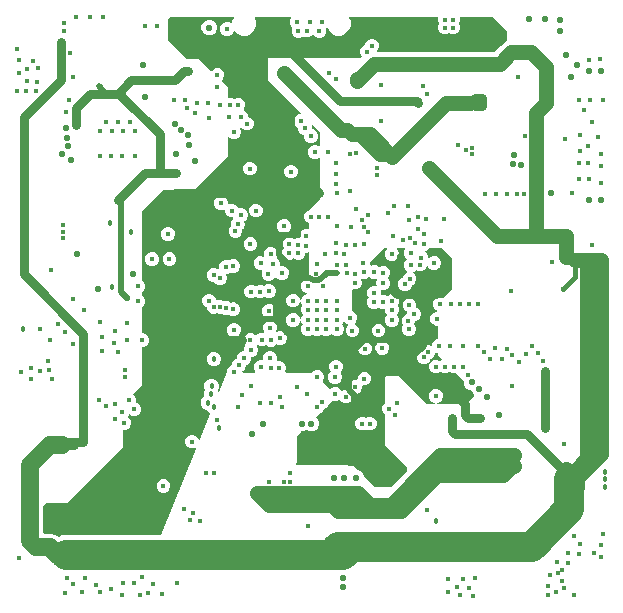
<source format=gbr>
G04 EAGLE Gerber RS-274X export*
G75*
%MOMM*%
%FSLAX34Y34*%
%LPD*%
%INCopper Layer 15*%
%IPPOS*%
%AMOC8*
5,1,8,0,0,1.08239X$1,22.5*%
G01*
%ADD10C,0.406400*%
%ADD11C,0.457200*%
%ADD12C,0.553200*%
%ADD13C,0.403200*%
%ADD14C,0.762000*%
%ADD15C,2.540000*%
%ADD16C,0.508000*%
%ADD17C,1.270000*%
%ADD18C,0.381000*%
%ADD19C,1.524000*%
%ADD20C,0.127000*%
%ADD21C,0.431800*%

G36*
X38918Y54108D02*
X38918Y54108D01*
X38972Y54104D01*
X39041Y54121D01*
X39087Y54126D01*
X39115Y54140D01*
X39154Y54149D01*
X41801Y55246D01*
X125264Y55246D01*
X125320Y55256D01*
X125377Y55256D01*
X125430Y55276D01*
X125485Y55285D01*
X125534Y55314D01*
X125587Y55334D01*
X125630Y55371D01*
X125678Y55400D01*
X125714Y55444D01*
X125757Y55481D01*
X125791Y55539D01*
X125819Y55574D01*
X125830Y55605D01*
X125852Y55643D01*
X155308Y128613D01*
X155326Y128697D01*
X155350Y128780D01*
X155349Y128807D01*
X155354Y128833D01*
X155341Y128918D01*
X155335Y129004D01*
X155325Y129028D01*
X155321Y129055D01*
X155279Y129130D01*
X155243Y129209D01*
X155225Y129228D01*
X155212Y129251D01*
X155147Y129307D01*
X155086Y129369D01*
X155062Y129380D01*
X155042Y129397D01*
X154961Y129427D01*
X154883Y129464D01*
X154856Y129466D01*
X154831Y129475D01*
X154745Y129475D01*
X154659Y129482D01*
X154630Y129475D01*
X154607Y129475D01*
X154560Y129457D01*
X154477Y129437D01*
X152924Y128793D01*
X150606Y128793D01*
X148464Y129680D01*
X146825Y131319D01*
X145938Y133461D01*
X145938Y135779D01*
X146825Y137921D01*
X148464Y139560D01*
X150606Y140447D01*
X152924Y140447D01*
X155066Y139560D01*
X156705Y137921D01*
X157307Y136467D01*
X157356Y136390D01*
X157401Y136310D01*
X157416Y136296D01*
X157428Y136279D01*
X157501Y136223D01*
X157571Y136163D01*
X157590Y136156D01*
X157607Y136144D01*
X157695Y136117D01*
X157781Y136086D01*
X157802Y136086D01*
X157822Y136080D01*
X157914Y136086D01*
X158006Y136086D01*
X158025Y136093D01*
X158046Y136095D01*
X158130Y136132D01*
X158216Y136164D01*
X158232Y136178D01*
X158251Y136187D01*
X158316Y136251D01*
X158386Y136311D01*
X158397Y136331D01*
X158411Y136344D01*
X158432Y136390D01*
X158481Y136473D01*
X167101Y157826D01*
X167113Y157888D01*
X167136Y157947D01*
X167136Y157997D01*
X167146Y158046D01*
X167137Y158108D01*
X167137Y158171D01*
X167120Y158218D01*
X167113Y158268D01*
X167082Y158323D01*
X167061Y158382D01*
X167029Y158420D01*
X167004Y158464D01*
X166956Y158505D01*
X166916Y158553D01*
X166865Y158583D01*
X166834Y158610D01*
X166799Y158623D01*
X166755Y158650D01*
X166726Y158661D01*
X165011Y160376D01*
X164690Y161152D01*
X164661Y161197D01*
X164641Y161247D01*
X164601Y161291D01*
X164569Y161341D01*
X164526Y161373D01*
X164489Y161413D01*
X164437Y161440D01*
X164390Y161475D01*
X164338Y161491D01*
X164290Y161516D01*
X164219Y161526D01*
X164175Y161539D01*
X164144Y161537D01*
X164104Y161543D01*
X163887Y161543D01*
X161646Y162471D01*
X159931Y164186D01*
X159003Y166427D01*
X159003Y168853D01*
X159931Y171094D01*
X161654Y172816D01*
X161685Y172860D01*
X161723Y172898D01*
X161748Y172952D01*
X161782Y173000D01*
X161795Y173052D01*
X161818Y173102D01*
X161823Y173160D01*
X161838Y173217D01*
X161832Y173271D01*
X161837Y173325D01*
X161819Y173394D01*
X161815Y173440D01*
X161801Y173468D01*
X161791Y173507D01*
X161760Y173581D01*
X161760Y176007D01*
X162694Y178260D01*
X162708Y178280D01*
X162746Y178318D01*
X162771Y178372D01*
X162805Y178420D01*
X162818Y178473D01*
X162841Y178522D01*
X162846Y178580D01*
X162861Y178637D01*
X162855Y178691D01*
X162860Y178745D01*
X162843Y178814D01*
X162838Y178861D01*
X162824Y178888D01*
X162814Y178927D01*
X162249Y180291D01*
X162249Y182717D01*
X163178Y184958D01*
X164892Y186673D01*
X167133Y187601D01*
X169559Y187601D01*
X171800Y186673D01*
X173515Y184958D01*
X174443Y182717D01*
X174443Y180291D01*
X173509Y178038D01*
X173495Y178018D01*
X173457Y177980D01*
X173432Y177926D01*
X173398Y177878D01*
X173385Y177826D01*
X173362Y177777D01*
X173357Y177718D01*
X173342Y177661D01*
X173348Y177607D01*
X173343Y177553D01*
X173361Y177484D01*
X173365Y177438D01*
X173379Y177410D01*
X173389Y177371D01*
X173606Y176846D01*
X173656Y176769D01*
X173700Y176688D01*
X173716Y176675D01*
X173727Y176657D01*
X173801Y176602D01*
X173871Y176542D01*
X173890Y176535D01*
X173907Y176522D01*
X173995Y176496D01*
X174081Y176464D01*
X174102Y176464D01*
X174122Y176458D01*
X174214Y176464D01*
X174305Y176465D01*
X174325Y176472D01*
X174346Y176473D01*
X174429Y176511D01*
X174516Y176543D01*
X174531Y176557D01*
X174550Y176565D01*
X174616Y176630D01*
X174685Y176690D01*
X174697Y176710D01*
X174710Y176723D01*
X174732Y176768D01*
X174780Y176851D01*
X181436Y193339D01*
X181442Y193367D01*
X181455Y193392D01*
X181474Y193519D01*
X181482Y193559D01*
X181481Y193567D01*
X181482Y193577D01*
X181482Y194943D01*
X182372Y197091D01*
X184015Y198734D01*
X185536Y199364D01*
X185581Y199393D01*
X185631Y199414D01*
X185675Y199453D01*
X185725Y199485D01*
X185757Y199528D01*
X185797Y199565D01*
X185824Y199617D01*
X185859Y199664D01*
X185875Y199716D01*
X185900Y199765D01*
X185910Y199835D01*
X185923Y199879D01*
X185921Y199910D01*
X185927Y199950D01*
X185927Y200552D01*
X186817Y202700D01*
X188460Y204343D01*
X189481Y204766D01*
X189526Y204795D01*
X189576Y204815D01*
X189620Y204855D01*
X189670Y204887D01*
X189702Y204930D01*
X189742Y204967D01*
X189769Y205019D01*
X189804Y205066D01*
X189820Y205118D01*
X189845Y205166D01*
X189855Y205237D01*
X189868Y205281D01*
X189866Y205312D01*
X189872Y205352D01*
X189872Y206267D01*
X190762Y208415D01*
X192405Y210058D01*
X194553Y210948D01*
X195059Y210948D01*
X195124Y210959D01*
X195189Y210961D01*
X195233Y210979D01*
X195280Y210987D01*
X195337Y211021D01*
X195397Y211046D01*
X195432Y211077D01*
X195473Y211102D01*
X195514Y211153D01*
X195563Y211197D01*
X195585Y211239D01*
X195614Y211276D01*
X195635Y211338D01*
X195666Y211397D01*
X195674Y211451D01*
X195686Y211488D01*
X195685Y211528D01*
X195693Y211582D01*
X195693Y213252D01*
X196583Y215400D01*
X196832Y215649D01*
X196869Y215703D01*
X196914Y215750D01*
X196933Y215794D01*
X196960Y215833D01*
X196976Y215896D01*
X197002Y215957D01*
X197004Y216004D01*
X197016Y216050D01*
X197009Y216115D01*
X197012Y216181D01*
X196997Y216226D01*
X196992Y216273D01*
X196963Y216332D01*
X196943Y216395D01*
X196910Y216439D01*
X196893Y216474D01*
X196864Y216501D01*
X196832Y216545D01*
X196342Y217035D01*
X195452Y219183D01*
X195452Y221507D01*
X196342Y223655D01*
X197985Y225298D01*
X200133Y226188D01*
X202457Y226188D01*
X204605Y225298D01*
X205292Y224611D01*
X205346Y224574D01*
X205393Y224529D01*
X205437Y224510D01*
X205476Y224483D01*
X205539Y224467D01*
X205600Y224441D01*
X205647Y224439D01*
X205693Y224427D01*
X205758Y224434D01*
X205824Y224431D01*
X205869Y224446D01*
X205916Y224451D01*
X205975Y224480D01*
X206038Y224500D01*
X206082Y224533D01*
X206117Y224550D01*
X206144Y224579D01*
X206189Y224611D01*
X207510Y225933D01*
X209658Y226823D01*
X211982Y226823D01*
X212241Y226716D01*
X212339Y226694D01*
X212437Y226669D01*
X212449Y226670D01*
X212460Y226668D01*
X212560Y226682D01*
X212660Y226692D01*
X212671Y226698D01*
X212682Y226699D01*
X212771Y226747D01*
X212861Y226792D01*
X212869Y226800D01*
X212880Y226806D01*
X212946Y226882D01*
X213015Y226955D01*
X213020Y226966D01*
X213027Y226975D01*
X213063Y227069D01*
X213102Y227162D01*
X213103Y227173D01*
X213107Y227185D01*
X213108Y227285D01*
X213112Y227386D01*
X213109Y227397D01*
X213109Y227409D01*
X213074Y227504D01*
X213044Y227599D01*
X213036Y227610D01*
X213032Y227620D01*
X213003Y227655D01*
X212932Y227750D01*
X212852Y227830D01*
X211962Y229978D01*
X211962Y232302D01*
X212852Y234450D01*
X214495Y236093D01*
X216643Y236983D01*
X218967Y236983D01*
X221115Y236093D01*
X222758Y234450D01*
X223648Y232302D01*
X223648Y229978D01*
X223032Y228492D01*
X223013Y228405D01*
X222988Y228320D01*
X222989Y228296D01*
X222984Y228273D01*
X222997Y228185D01*
X223003Y228096D01*
X223013Y228074D01*
X223016Y228051D01*
X223058Y227972D01*
X223095Y227891D01*
X223111Y227874D01*
X223123Y227853D01*
X223190Y227795D01*
X223252Y227731D01*
X223274Y227721D01*
X223292Y227706D01*
X223375Y227674D01*
X223455Y227636D01*
X223479Y227634D01*
X223501Y227626D01*
X223590Y227625D01*
X223679Y227618D01*
X223705Y227624D01*
X223726Y227624D01*
X223773Y227641D01*
X223861Y227663D01*
X224898Y228093D01*
X227222Y228093D01*
X229370Y227203D01*
X231013Y225560D01*
X231903Y223412D01*
X231903Y221088D01*
X231013Y218940D01*
X229370Y217297D01*
X227222Y216407D01*
X224898Y216407D01*
X223362Y217043D01*
X223309Y217055D01*
X223259Y217076D01*
X223201Y217079D01*
X223143Y217091D01*
X223089Y217084D01*
X223035Y217086D01*
X222979Y217068D01*
X222921Y217060D01*
X222873Y217034D01*
X222822Y217017D01*
X222764Y216975D01*
X222724Y216953D01*
X222703Y216930D01*
X222671Y216906D01*
X221667Y215902D01*
X219519Y215012D01*
X217195Y215012D01*
X215048Y215902D01*
X214975Y215975D01*
X214921Y216012D01*
X214873Y216057D01*
X214829Y216076D01*
X214790Y216103D01*
X214727Y216119D01*
X214666Y216145D01*
X214619Y216147D01*
X214573Y216159D01*
X214508Y216152D01*
X214442Y216155D01*
X214397Y216140D01*
X214350Y216136D01*
X214291Y216106D01*
X214228Y216086D01*
X214184Y216054D01*
X214149Y216036D01*
X214147Y216034D01*
X211982Y215137D01*
X209658Y215137D01*
X207447Y216053D01*
X207415Y216077D01*
X207404Y216080D01*
X207394Y216087D01*
X207297Y216112D01*
X207200Y216141D01*
X207189Y216140D01*
X207177Y216143D01*
X207077Y216133D01*
X206976Y216126D01*
X206966Y216121D01*
X206954Y216120D01*
X206864Y216075D01*
X206772Y216034D01*
X206763Y216026D01*
X206753Y216020D01*
X206684Y215947D01*
X206612Y215876D01*
X206607Y215866D01*
X206599Y215857D01*
X206559Y215764D01*
X206517Y215673D01*
X206516Y215662D01*
X206511Y215651D01*
X206507Y215550D01*
X206498Y215450D01*
X206502Y215437D01*
X206501Y215427D01*
X206515Y215383D01*
X206544Y215268D01*
X207379Y213252D01*
X207379Y210928D01*
X206489Y208780D01*
X204846Y207137D01*
X202698Y206247D01*
X202192Y206247D01*
X202127Y206236D01*
X202061Y206234D01*
X202018Y206216D01*
X201971Y206208D01*
X201914Y206174D01*
X201854Y206149D01*
X201819Y206118D01*
X201778Y206093D01*
X201736Y206042D01*
X201688Y205998D01*
X201666Y205956D01*
X201637Y205919D01*
X201616Y205857D01*
X201585Y205798D01*
X201577Y205744D01*
X201565Y205707D01*
X201566Y205667D01*
X201558Y205613D01*
X201558Y203943D01*
X200668Y201795D01*
X199025Y200152D01*
X198004Y199729D01*
X197959Y199700D01*
X197909Y199680D01*
X197865Y199640D01*
X197815Y199608D01*
X197783Y199565D01*
X197743Y199528D01*
X197716Y199476D01*
X197681Y199429D01*
X197665Y199377D01*
X197640Y199329D01*
X197630Y199258D01*
X197617Y199214D01*
X197619Y199183D01*
X197613Y199143D01*
X197613Y198228D01*
X196723Y196080D01*
X195080Y194437D01*
X194655Y194261D01*
X194571Y194207D01*
X194484Y194155D01*
X194476Y194146D01*
X194466Y194140D01*
X194406Y194059D01*
X194343Y193981D01*
X194339Y193970D01*
X194332Y193961D01*
X194303Y193864D01*
X194271Y193769D01*
X194271Y193757D01*
X194268Y193745D01*
X194274Y193645D01*
X194277Y193544D01*
X194282Y193533D01*
X194283Y193522D01*
X194324Y193430D01*
X194362Y193337D01*
X194370Y193328D01*
X194374Y193317D01*
X194445Y193245D01*
X194513Y193171D01*
X194524Y193166D01*
X194532Y193157D01*
X194623Y193114D01*
X194713Y193068D01*
X194725Y193067D01*
X194735Y193062D01*
X194781Y193058D01*
X194898Y193041D01*
X204835Y193041D01*
X204923Y193057D01*
X205011Y193066D01*
X205033Y193076D01*
X205056Y193080D01*
X205133Y193126D01*
X205213Y193165D01*
X205229Y193182D01*
X205249Y193195D01*
X205305Y193264D01*
X205366Y193329D01*
X205376Y193350D01*
X205391Y193369D01*
X205419Y193453D01*
X205454Y193535D01*
X205455Y193559D01*
X205462Y193581D01*
X205460Y193670D01*
X205464Y193759D01*
X205457Y193782D01*
X205456Y193806D01*
X205422Y193888D01*
X205395Y193973D01*
X205379Y193994D01*
X205372Y194013D01*
X205338Y194051D01*
X205284Y194124D01*
X205232Y194175D01*
X204342Y196323D01*
X204342Y198647D01*
X205232Y200795D01*
X206875Y202438D01*
X209023Y203328D01*
X211328Y203328D01*
X211393Y203339D01*
X211459Y203341D01*
X211502Y203359D01*
X211549Y203367D01*
X211606Y203401D01*
X211666Y203426D01*
X211701Y203457D01*
X211742Y203482D01*
X211784Y203533D01*
X211832Y203577D01*
X211854Y203619D01*
X211883Y203656D01*
X211904Y203718D01*
X211935Y203777D01*
X211943Y203831D01*
X211955Y203868D01*
X211954Y203908D01*
X211962Y203962D01*
X211962Y206267D01*
X212852Y208415D01*
X214495Y210058D01*
X216643Y210948D01*
X218967Y210948D01*
X221115Y210058D01*
X222758Y208415D01*
X223648Y206267D01*
X223648Y203943D01*
X223481Y203541D01*
X223462Y203454D01*
X223437Y203368D01*
X223438Y203345D01*
X223433Y203322D01*
X223446Y203233D01*
X223452Y203144D01*
X223462Y203123D01*
X223465Y203100D01*
X223507Y203021D01*
X223544Y202940D01*
X223560Y202923D01*
X223572Y202902D01*
X223639Y202844D01*
X223701Y202780D01*
X223723Y202770D01*
X223741Y202755D01*
X223824Y202723D01*
X223905Y202685D01*
X223928Y202683D01*
X223950Y202675D01*
X224039Y202674D01*
X224128Y202667D01*
X224154Y202673D01*
X224175Y202673D01*
X224222Y202690D01*
X224232Y202693D01*
X226587Y202693D01*
X228735Y201803D01*
X230378Y200160D01*
X231268Y198012D01*
X231268Y195688D01*
X230535Y193918D01*
X230518Y193842D01*
X230493Y193769D01*
X230494Y193733D01*
X230487Y193699D01*
X230498Y193622D01*
X230500Y193544D01*
X230513Y193512D01*
X230518Y193476D01*
X230555Y193408D01*
X230584Y193337D01*
X230608Y193310D01*
X230625Y193279D01*
X230683Y193228D01*
X230736Y193171D01*
X230767Y193155D01*
X230794Y193131D01*
X230866Y193104D01*
X230935Y193068D01*
X230975Y193062D01*
X231004Y193052D01*
X231050Y193051D01*
X231120Y193041D01*
X253118Y193041D01*
X253160Y193048D01*
X253202Y193046D01*
X253269Y193068D01*
X253339Y193080D01*
X253375Y193102D01*
X253416Y193115D01*
X253488Y193169D01*
X253532Y193195D01*
X253545Y193211D01*
X253566Y193227D01*
X254509Y194170D01*
X256651Y195057D01*
X258969Y195057D01*
X261111Y194170D01*
X262750Y192531D01*
X263637Y190389D01*
X263637Y188071D01*
X262727Y185875D01*
X262715Y185822D01*
X262694Y185772D01*
X262692Y185713D01*
X262679Y185656D01*
X262687Y185602D01*
X262684Y185548D01*
X262702Y185492D01*
X262711Y185433D01*
X262736Y185386D01*
X262753Y185334D01*
X262795Y185277D01*
X262817Y185236D01*
X262841Y185216D01*
X262865Y185184D01*
X268657Y179391D01*
X268711Y179354D01*
X268759Y179309D01*
X268802Y179290D01*
X268841Y179263D01*
X268904Y179247D01*
X268965Y179221D01*
X269012Y179219D01*
X269058Y179207D01*
X269124Y179214D01*
X269189Y179211D01*
X269234Y179226D01*
X269281Y179231D01*
X269340Y179260D01*
X269403Y179280D01*
X269447Y179313D01*
X269482Y179330D01*
X269509Y179359D01*
X269554Y179391D01*
X269740Y179578D01*
X271888Y180468D01*
X274212Y180468D01*
X276360Y179578D01*
X278072Y177866D01*
X278117Y177835D01*
X278155Y177796D01*
X278208Y177771D01*
X278256Y177738D01*
X278309Y177724D01*
X278358Y177701D01*
X278417Y177696D01*
X278474Y177682D01*
X278527Y177687D01*
X278581Y177683D01*
X278650Y177700D01*
X278697Y177705D01*
X278724Y177719D01*
X278763Y177728D01*
X280778Y178563D01*
X283102Y178563D01*
X283822Y178265D01*
X283908Y178246D01*
X283994Y178220D01*
X284018Y178222D01*
X284041Y178217D01*
X284129Y178229D01*
X284218Y178235D01*
X284239Y178245D01*
X284263Y178248D01*
X284341Y178291D01*
X284422Y178327D01*
X284439Y178344D01*
X284460Y178355D01*
X284519Y178422D01*
X284582Y178485D01*
X284592Y178506D01*
X284608Y178524D01*
X284640Y178607D01*
X284677Y178688D01*
X284679Y178712D01*
X284688Y178734D01*
X284688Y178823D01*
X284696Y178912D01*
X284689Y178937D01*
X284689Y178958D01*
X284672Y179006D01*
X284650Y179093D01*
X284352Y179813D01*
X284352Y182137D01*
X285242Y184285D01*
X286885Y185928D01*
X289033Y186818D01*
X291338Y186818D01*
X291403Y186829D01*
X291469Y186831D01*
X291512Y186849D01*
X291559Y186857D01*
X291616Y186891D01*
X291676Y186916D01*
X291711Y186947D01*
X291752Y186972D01*
X291794Y187023D01*
X291842Y187067D01*
X291864Y187109D01*
X291893Y187146D01*
X291914Y187208D01*
X291945Y187267D01*
X291953Y187321D01*
X291965Y187358D01*
X291964Y187398D01*
X291972Y187452D01*
X291972Y189122D01*
X292862Y191270D01*
X294505Y192913D01*
X296653Y193803D01*
X298977Y193803D01*
X301125Y192913D01*
X302768Y191270D01*
X303658Y189122D01*
X303658Y186798D01*
X302768Y184650D01*
X301125Y183007D01*
X298977Y182117D01*
X296672Y182117D01*
X296607Y182106D01*
X296541Y182104D01*
X296498Y182086D01*
X296451Y182078D01*
X296394Y182044D01*
X296334Y182019D01*
X296299Y181988D01*
X296258Y181963D01*
X296216Y181912D01*
X296168Y181868D01*
X296146Y181826D01*
X296117Y181789D01*
X296096Y181727D01*
X296065Y181668D01*
X296057Y181614D01*
X296045Y181577D01*
X296046Y181537D01*
X296038Y181483D01*
X296038Y179813D01*
X295148Y177665D01*
X293505Y176022D01*
X291357Y175132D01*
X289033Y175132D01*
X288313Y175430D01*
X288227Y175449D01*
X288141Y175475D01*
X288117Y175473D01*
X288094Y175478D01*
X288006Y175466D01*
X287917Y175460D01*
X287896Y175450D01*
X287872Y175447D01*
X287794Y175404D01*
X287713Y175368D01*
X287696Y175351D01*
X287675Y175340D01*
X287616Y175273D01*
X287553Y175210D01*
X287543Y175189D01*
X287527Y175171D01*
X287495Y175088D01*
X287458Y175007D01*
X287456Y174983D01*
X287447Y174961D01*
X287447Y174872D01*
X287439Y174783D01*
X287446Y174758D01*
X287446Y174737D01*
X287463Y174689D01*
X287485Y174602D01*
X287783Y173882D01*
X287783Y171558D01*
X286893Y169410D01*
X285250Y167767D01*
X283102Y166877D01*
X280778Y166877D01*
X278630Y167767D01*
X276918Y169479D01*
X276873Y169510D01*
X276835Y169549D01*
X276782Y169574D01*
X276734Y169607D01*
X276681Y169621D01*
X276632Y169644D01*
X276573Y169649D01*
X276516Y169663D01*
X276463Y169658D01*
X276409Y169662D01*
X276340Y169645D01*
X276293Y169640D01*
X276266Y169626D01*
X276227Y169617D01*
X274212Y168782D01*
X271888Y168782D01*
X271030Y169138D01*
X270977Y169149D01*
X270927Y169170D01*
X270868Y169173D01*
X270810Y169186D01*
X270757Y169178D01*
X270703Y169180D01*
X270647Y169162D01*
X270588Y169154D01*
X270541Y169128D01*
X270489Y169112D01*
X270432Y169069D01*
X270391Y169047D01*
X270371Y169024D01*
X270338Y169000D01*
X267753Y166415D01*
X267736Y166390D01*
X267712Y166370D01*
X267651Y166269D01*
X267625Y166231D01*
X267623Y166221D01*
X267616Y166210D01*
X266933Y164561D01*
X265290Y162918D01*
X263681Y162252D01*
X263646Y162229D01*
X263606Y162214D01*
X263552Y162169D01*
X263493Y162130D01*
X263467Y162096D01*
X263435Y162069D01*
X263388Y161991D01*
X263358Y161951D01*
X263352Y161931D01*
X263338Y161908D01*
X262763Y160520D01*
X261120Y158877D01*
X259692Y158285D01*
X259666Y158269D01*
X259636Y158259D01*
X259541Y158189D01*
X259503Y158164D01*
X259496Y158156D01*
X259486Y158148D01*
X257063Y155725D01*
X257025Y155671D01*
X256980Y155623D01*
X256962Y155579D01*
X256935Y155541D01*
X256918Y155477D01*
X256893Y155416D01*
X256891Y155369D01*
X256879Y155323D01*
X256886Y155258D01*
X256883Y155192D01*
X256897Y155147D01*
X256902Y155100D01*
X256931Y155041D01*
X256951Y154979D01*
X256984Y154934D01*
X257002Y154899D01*
X257030Y154872D01*
X257063Y154828D01*
X258305Y153585D01*
X259307Y151168D01*
X259307Y148552D01*
X258305Y146135D01*
X256455Y144285D01*
X254038Y143283D01*
X251422Y143283D01*
X249163Y144219D01*
X249121Y144228D01*
X249083Y144246D01*
X249013Y144252D01*
X248944Y144267D01*
X248901Y144261D01*
X248859Y144264D01*
X248771Y144242D01*
X248721Y144235D01*
X248703Y144225D01*
X248677Y144219D01*
X246418Y143283D01*
X244884Y143283D01*
X244842Y143276D01*
X244800Y143278D01*
X244733Y143256D01*
X244663Y143244D01*
X244627Y143222D01*
X244586Y143209D01*
X244513Y143155D01*
X244470Y143129D01*
X244457Y143113D01*
X244436Y143097D01*
X240852Y139513D01*
X240827Y139479D01*
X240796Y139450D01*
X240764Y139387D01*
X240723Y139329D01*
X240713Y139288D01*
X240693Y139250D01*
X240680Y139161D01*
X240668Y139112D01*
X240670Y139091D01*
X240666Y139065D01*
X240666Y117103D01*
X239582Y116018D01*
X239531Y115945D01*
X239475Y115876D01*
X239467Y115854D01*
X239453Y115834D01*
X239431Y115748D01*
X239403Y115664D01*
X239403Y115640D01*
X239398Y115617D01*
X239407Y115528D01*
X239409Y115439D01*
X239418Y115417D01*
X239421Y115394D01*
X239460Y115314D01*
X239494Y115232D01*
X239510Y115214D01*
X239520Y115193D01*
X239585Y115132D01*
X239645Y115066D01*
X239666Y115055D01*
X239683Y115039D01*
X239765Y115004D01*
X239845Y114963D01*
X239871Y114960D01*
X239890Y114951D01*
X239940Y114949D01*
X240030Y114936D01*
X282947Y114936D01*
X283397Y114487D01*
X283431Y114462D01*
X283460Y114431D01*
X283523Y114399D01*
X283581Y114358D01*
X283622Y114348D01*
X283660Y114328D01*
X283749Y114315D01*
X283798Y114303D01*
X283819Y114305D01*
X283845Y114301D01*
X288662Y114301D01*
X292234Y110729D01*
X292259Y110712D01*
X292279Y110689D01*
X292289Y110682D01*
X292292Y110679D01*
X292307Y110672D01*
X292380Y110627D01*
X292418Y110601D01*
X292428Y110599D01*
X292439Y110592D01*
X294555Y109715D01*
X296405Y107865D01*
X297282Y105749D01*
X297299Y105724D01*
X297308Y105694D01*
X297378Y105599D01*
X297403Y105561D01*
X297412Y105554D01*
X297419Y105544D01*
X306892Y96072D01*
X306926Y96047D01*
X306955Y96016D01*
X307018Y95984D01*
X307076Y95943D01*
X307117Y95933D01*
X307155Y95913D01*
X307244Y95900D01*
X307293Y95888D01*
X307314Y95890D01*
X307340Y95886D01*
X320014Y95886D01*
X320055Y95893D01*
X320098Y95891D01*
X320165Y95913D01*
X320234Y95925D01*
X320271Y95947D01*
X320311Y95960D01*
X320384Y96014D01*
X320428Y96040D01*
X320441Y96056D01*
X320462Y96072D01*
X333823Y109433D01*
X333848Y109468D01*
X333879Y109496D01*
X333911Y109559D01*
X333952Y109617D01*
X333962Y109658D01*
X333982Y109696D01*
X333995Y109786D01*
X334008Y109834D01*
X334005Y109855D01*
X334009Y109881D01*
X334009Y112395D01*
X334002Y112437D01*
X334004Y112479D01*
X333982Y112546D01*
X333970Y112616D01*
X333948Y112652D01*
X333935Y112693D01*
X333881Y112766D01*
X333855Y112809D01*
X333839Y112822D01*
X333823Y112843D01*
X314959Y131708D01*
X314959Y157845D01*
X314952Y157887D01*
X314954Y157929D01*
X314932Y157996D01*
X314920Y158066D01*
X314898Y158103D01*
X314885Y158143D01*
X314831Y158216D01*
X314805Y158259D01*
X314789Y158272D01*
X314773Y158294D01*
X313817Y159250D01*
X312927Y161398D01*
X312927Y163722D01*
X313817Y165870D01*
X314773Y166826D01*
X314798Y166861D01*
X314829Y166890D01*
X314861Y166953D01*
X314902Y167011D01*
X314912Y167052D01*
X314932Y167089D01*
X314945Y167179D01*
X314958Y167228D01*
X314955Y167249D01*
X314959Y167275D01*
X314959Y188967D01*
X315858Y189866D01*
X326762Y189866D01*
X350072Y166557D01*
X350106Y166532D01*
X350135Y166501D01*
X350198Y166469D01*
X350256Y166428D01*
X350297Y166418D01*
X350335Y166398D01*
X350424Y166385D01*
X350473Y166373D01*
X350494Y166375D01*
X350520Y166371D01*
X356587Y166371D01*
X356686Y166389D01*
X356786Y166403D01*
X356796Y166408D01*
X356808Y166410D01*
X356894Y166461D01*
X356983Y166510D01*
X356991Y166519D01*
X357001Y166525D01*
X357064Y166602D01*
X357131Y166678D01*
X357135Y166690D01*
X357142Y166699D01*
X357175Y166794D01*
X357210Y166888D01*
X357210Y166900D01*
X357214Y166911D01*
X357211Y167012D01*
X357212Y167112D01*
X357208Y167124D01*
X357208Y167136D01*
X357170Y167228D01*
X357135Y167323D01*
X357128Y167333D01*
X357123Y167343D01*
X357055Y167418D01*
X356990Y167494D01*
X356979Y167501D01*
X356972Y167509D01*
X356931Y167530D01*
X356830Y167591D01*
X354839Y168415D01*
X353200Y170054D01*
X352313Y172196D01*
X352313Y174514D01*
X353200Y176656D01*
X354839Y178295D01*
X356981Y179182D01*
X359299Y179182D01*
X361441Y178295D01*
X363080Y176656D01*
X363967Y174514D01*
X363967Y172196D01*
X363080Y170054D01*
X361441Y168415D01*
X359450Y167591D01*
X359366Y167537D01*
X359279Y167485D01*
X359272Y167476D01*
X359262Y167470D01*
X359201Y167389D01*
X359138Y167311D01*
X359134Y167300D01*
X359127Y167290D01*
X359098Y167194D01*
X359066Y167099D01*
X359066Y167087D01*
X359063Y167075D01*
X359069Y166975D01*
X359072Y166874D01*
X359077Y166863D01*
X359078Y166852D01*
X359119Y166759D01*
X359157Y166667D01*
X359165Y166658D01*
X359170Y166647D01*
X359240Y166575D01*
X359308Y166501D01*
X359319Y166496D01*
X359327Y166487D01*
X359418Y166445D01*
X359508Y166398D01*
X359521Y166397D01*
X359530Y166392D01*
X359576Y166388D01*
X359693Y166371D01*
X382905Y166371D01*
X382947Y166378D01*
X382989Y166376D01*
X383056Y166398D01*
X383126Y166410D01*
X383162Y166432D01*
X383203Y166445D01*
X383276Y166499D01*
X383319Y166525D01*
X383332Y166541D01*
X383353Y166557D01*
X390320Y173523D01*
X390357Y173577D01*
X390402Y173625D01*
X390418Y173661D01*
X390423Y173668D01*
X390426Y173675D01*
X390448Y173707D01*
X390464Y173770D01*
X390490Y173831D01*
X390491Y173869D01*
X390495Y173881D01*
X390495Y173890D01*
X390504Y173924D01*
X390497Y173990D01*
X390500Y174055D01*
X390489Y174089D01*
X390489Y174105D01*
X390483Y174117D01*
X390480Y174147D01*
X390451Y174206D01*
X390431Y174269D01*
X390411Y174296D01*
X390404Y174313D01*
X390392Y174326D01*
X390381Y174348D01*
X390352Y174375D01*
X390320Y174420D01*
X389395Y175345D01*
X388371Y177817D01*
X388341Y177862D01*
X388321Y177912D01*
X388281Y177956D01*
X388249Y178006D01*
X388206Y178038D01*
X388170Y178078D01*
X388117Y178105D01*
X388070Y178140D01*
X388018Y178156D01*
X387970Y178181D01*
X387900Y178191D01*
X387855Y178204D01*
X387824Y178202D01*
X387785Y178208D01*
X387312Y178208D01*
X384895Y179210D01*
X383045Y181060D01*
X382043Y183477D01*
X382043Y185011D01*
X382036Y185053D01*
X382038Y185095D01*
X382016Y185162D01*
X382004Y185232D01*
X381982Y185268D01*
X381969Y185309D01*
X381915Y185382D01*
X381889Y185425D01*
X381873Y185438D01*
X381857Y185459D01*
X375181Y192136D01*
X375137Y192166D01*
X375099Y192205D01*
X375046Y192230D01*
X374997Y192264D01*
X374945Y192277D01*
X374896Y192300D01*
X374837Y192305D01*
X374780Y192320D01*
X374726Y192314D01*
X374672Y192318D01*
X374603Y192301D01*
X374557Y192296D01*
X374551Y192293D01*
X372221Y192293D01*
X370079Y193180D01*
X370018Y193241D01*
X369964Y193279D01*
X369916Y193324D01*
X369873Y193342D01*
X369834Y193369D01*
X369770Y193386D01*
X369710Y193411D01*
X369663Y193414D01*
X369617Y193425D01*
X369552Y193418D01*
X369486Y193421D01*
X369441Y193407D01*
X369394Y193402D01*
X369335Y193373D01*
X369272Y193353D01*
X369228Y193320D01*
X369193Y193303D01*
X369166Y193274D01*
X369121Y193241D01*
X369061Y193180D01*
X366919Y192293D01*
X364601Y192293D01*
X362459Y193180D01*
X362398Y193241D01*
X362344Y193279D01*
X362296Y193324D01*
X362253Y193342D01*
X362214Y193369D01*
X362150Y193386D01*
X362090Y193411D01*
X362043Y193414D01*
X361997Y193425D01*
X361932Y193418D01*
X361866Y193421D01*
X361821Y193407D01*
X361774Y193402D01*
X361715Y193373D01*
X361652Y193353D01*
X361608Y193320D01*
X361573Y193303D01*
X361546Y193274D01*
X361501Y193241D01*
X361441Y193180D01*
X359299Y192293D01*
X356981Y192293D01*
X354839Y193180D01*
X353200Y194819D01*
X352313Y196961D01*
X352313Y199279D01*
X353200Y201421D01*
X354839Y203060D01*
X356981Y203947D01*
X359299Y203947D01*
X361441Y203060D01*
X361501Y202999D01*
X361556Y202961D01*
X361603Y202916D01*
X361647Y202898D01*
X361686Y202871D01*
X361749Y202854D01*
X361810Y202829D01*
X361857Y202826D01*
X361903Y202815D01*
X361968Y202822D01*
X362034Y202819D01*
X362079Y202833D01*
X362126Y202838D01*
X362185Y202867D01*
X362248Y202887D01*
X362292Y202920D01*
X362327Y202937D01*
X362354Y202966D01*
X362398Y202999D01*
X362459Y203060D01*
X362854Y203223D01*
X362919Y203265D01*
X362988Y203299D01*
X363013Y203325D01*
X363043Y203344D01*
X363089Y203406D01*
X363142Y203462D01*
X363156Y203495D01*
X363177Y203523D01*
X363200Y203598D01*
X363230Y203669D01*
X363231Y203705D01*
X363241Y203739D01*
X363236Y203816D01*
X363240Y203893D01*
X363229Y203927D01*
X363226Y203962D01*
X363195Y204033D01*
X363171Y204107D01*
X363147Y204139D01*
X363135Y204167D01*
X363102Y204200D01*
X363060Y204257D01*
X360044Y207273D01*
X360044Y208804D01*
X360033Y208869D01*
X360031Y208935D01*
X360013Y208978D01*
X360005Y209025D01*
X359971Y209082D01*
X359946Y209142D01*
X359915Y209177D01*
X359890Y209218D01*
X359839Y209260D01*
X359795Y209308D01*
X359753Y209330D01*
X359716Y209359D01*
X359654Y209380D01*
X359650Y209383D01*
X359638Y209390D01*
X359627Y209394D01*
X359595Y209411D01*
X359584Y209412D01*
X358494Y209864D01*
X358418Y209880D01*
X358345Y209905D01*
X358309Y209904D01*
X358275Y209912D01*
X358198Y209901D01*
X358120Y209898D01*
X358088Y209885D01*
X358052Y209880D01*
X357984Y209843D01*
X357913Y209814D01*
X357886Y209790D01*
X357855Y209773D01*
X357804Y209715D01*
X357747Y209663D01*
X357731Y209631D01*
X357707Y209604D01*
X357680Y209532D01*
X357644Y209463D01*
X357638Y209423D01*
X357628Y209395D01*
X357627Y209348D01*
X357617Y209278D01*
X357617Y209132D01*
X356730Y206990D01*
X355091Y205351D01*
X353907Y204861D01*
X353871Y204838D01*
X353831Y204823D01*
X353777Y204778D01*
X353718Y204740D01*
X353692Y204706D01*
X353660Y204678D01*
X353613Y204601D01*
X353583Y204560D01*
X353577Y204540D01*
X353563Y204518D01*
X352920Y202963D01*
X351281Y201324D01*
X349139Y200437D01*
X346821Y200437D01*
X344679Y201324D01*
X343040Y202963D01*
X342153Y205105D01*
X342153Y207423D01*
X343040Y209565D01*
X344679Y211204D01*
X345863Y211694D01*
X345899Y211717D01*
X345939Y211731D01*
X345993Y211777D01*
X346052Y211815D01*
X346078Y211849D01*
X346110Y211877D01*
X346157Y211954D01*
X346187Y211995D01*
X346193Y212015D01*
X346207Y212037D01*
X346850Y213592D01*
X348489Y215231D01*
X350631Y216118D01*
X352949Y216118D01*
X353976Y215692D01*
X354052Y215676D01*
X354125Y215651D01*
X354161Y215652D01*
X354195Y215644D01*
X354272Y215655D01*
X354350Y215657D01*
X354382Y215671D01*
X354418Y215676D01*
X354486Y215713D01*
X354557Y215742D01*
X354584Y215766D01*
X354615Y215783D01*
X354666Y215841D01*
X354723Y215893D01*
X354739Y215925D01*
X354763Y215951D01*
X354790Y216024D01*
X354826Y216093D01*
X354832Y216133D01*
X354842Y216161D01*
X354843Y216208D01*
X354853Y216278D01*
X354853Y216424D01*
X355740Y218566D01*
X357379Y220205D01*
X359606Y221127D01*
X359631Y221131D01*
X359688Y221165D01*
X359748Y221190D01*
X359783Y221221D01*
X359824Y221246D01*
X359866Y221297D01*
X359914Y221341D01*
X359936Y221383D01*
X359965Y221420D01*
X359986Y221482D01*
X360017Y221541D01*
X360025Y221595D01*
X360037Y221632D01*
X360036Y221672D01*
X360044Y221726D01*
X360044Y232193D01*
X360033Y232258D01*
X360031Y232324D01*
X360013Y232367D01*
X360005Y232414D01*
X359971Y232471D01*
X359946Y232532D01*
X359915Y232566D01*
X359890Y232607D01*
X359839Y232649D01*
X359795Y232697D01*
X359753Y232719D01*
X359716Y232748D01*
X359654Y232770D01*
X359595Y232800D01*
X359541Y232808D01*
X359504Y232820D01*
X359464Y232819D01*
X359410Y232827D01*
X358251Y232827D01*
X356109Y233714D01*
X354470Y235353D01*
X353583Y237495D01*
X353583Y239813D01*
X354470Y241955D01*
X356109Y243594D01*
X358251Y244481D01*
X358596Y244481D01*
X358695Y244499D01*
X358795Y244513D01*
X358805Y244518D01*
X358817Y244520D01*
X358904Y244572D01*
X358992Y244620D01*
X359000Y244629D01*
X359010Y244635D01*
X359073Y244713D01*
X359140Y244788D01*
X359144Y244800D01*
X359151Y244809D01*
X359184Y244904D01*
X359219Y244998D01*
X359219Y245010D01*
X359223Y245021D01*
X359220Y245122D01*
X359221Y245223D01*
X359217Y245234D01*
X359217Y245246D01*
X359179Y245338D01*
X359145Y245433D01*
X359137Y245443D01*
X359132Y245454D01*
X359064Y245528D01*
X358999Y245605D01*
X358988Y245611D01*
X358981Y245619D01*
X358940Y245640D01*
X358839Y245701D01*
X358649Y245779D01*
X357010Y247418D01*
X356123Y249560D01*
X356123Y251878D01*
X357010Y254020D01*
X358649Y255659D01*
X360791Y256546D01*
X363109Y256546D01*
X363883Y256225D01*
X363936Y256213D01*
X363986Y256192D01*
X364045Y256190D01*
X364102Y256177D01*
X364156Y256185D01*
X364210Y256182D01*
X364266Y256200D01*
X364325Y256209D01*
X364372Y256234D01*
X364424Y256251D01*
X364481Y256293D01*
X364522Y256316D01*
X364542Y256339D01*
X364574Y256363D01*
X371923Y263712D01*
X371948Y263746D01*
X371979Y263775D01*
X372011Y263838D01*
X372052Y263896D01*
X372062Y263937D01*
X372082Y263975D01*
X372095Y264064D01*
X372108Y264113D01*
X372105Y264134D01*
X372109Y264160D01*
X372109Y289560D01*
X372102Y289602D01*
X372104Y289644D01*
X372082Y289711D01*
X372070Y289781D01*
X372048Y289817D01*
X372035Y289858D01*
X371981Y289931D01*
X371955Y289974D01*
X371939Y289987D01*
X371923Y290008D01*
X363779Y298152D01*
X363745Y298177D01*
X363716Y298208D01*
X363653Y298240D01*
X363595Y298281D01*
X363554Y298291D01*
X363516Y298311D01*
X363427Y298324D01*
X363378Y298337D01*
X363357Y298334D01*
X363331Y298338D01*
X361426Y298338D01*
X361275Y298401D01*
X361245Y298408D01*
X361217Y298422D01*
X361100Y298439D01*
X361055Y298449D01*
X361045Y298447D01*
X361032Y298449D01*
X353307Y298449D01*
X353265Y298442D01*
X353223Y298444D01*
X353156Y298422D01*
X353086Y298410D01*
X353050Y298388D01*
X353009Y298375D01*
X352937Y298321D01*
X352893Y298295D01*
X352880Y298279D01*
X352859Y298263D01*
X351281Y296685D01*
X349714Y296036D01*
X349649Y295995D01*
X349579Y295960D01*
X349555Y295934D01*
X349525Y295915D01*
X349479Y295853D01*
X349426Y295797D01*
X349412Y295764D01*
X349390Y295736D01*
X349368Y295662D01*
X349338Y295590D01*
X349337Y295555D01*
X349326Y295521D01*
X349332Y295444D01*
X349328Y295366D01*
X349339Y295333D01*
X349341Y295297D01*
X349373Y295226D01*
X349397Y295153D01*
X349421Y295120D01*
X349433Y295092D01*
X349466Y295059D01*
X349508Y295002D01*
X351015Y293496D01*
X351902Y291354D01*
X351902Y290664D01*
X351914Y290597D01*
X351915Y290546D01*
X351923Y290528D01*
X351927Y290488D01*
X351937Y290467D01*
X351941Y290443D01*
X351987Y290366D01*
X351994Y290353D01*
X352000Y290338D01*
X352002Y290335D01*
X352026Y290287D01*
X352043Y290270D01*
X352056Y290250D01*
X352125Y290194D01*
X352189Y290133D01*
X352211Y290124D01*
X352230Y290109D01*
X352314Y290080D01*
X352396Y290045D01*
X352420Y290044D01*
X352442Y290037D01*
X352531Y290039D01*
X352620Y290035D01*
X352643Y290043D01*
X352667Y290043D01*
X352749Y290077D01*
X352758Y290080D01*
X352769Y290082D01*
X352775Y290085D01*
X352834Y290104D01*
X352855Y290120D01*
X352874Y290128D01*
X352912Y290162D01*
X352940Y290183D01*
X352962Y290196D01*
X352969Y290204D01*
X352984Y290216D01*
X353569Y290801D01*
X355711Y291688D01*
X358029Y291688D01*
X360171Y290801D01*
X361810Y289162D01*
X362697Y287020D01*
X362697Y284702D01*
X361810Y282560D01*
X360171Y280921D01*
X358029Y280034D01*
X355711Y280034D01*
X353569Y280921D01*
X351930Y282560D01*
X351709Y283094D01*
X351661Y283168D01*
X351619Y283247D01*
X351601Y283262D01*
X351588Y283282D01*
X351517Y283336D01*
X351450Y283395D01*
X351428Y283403D01*
X351409Y283417D01*
X351324Y283443D01*
X351240Y283474D01*
X351217Y283474D01*
X351194Y283481D01*
X351105Y283475D01*
X351016Y283476D01*
X350994Y283468D01*
X350970Y283466D01*
X350889Y283430D01*
X350805Y283399D01*
X350787Y283384D01*
X350765Y283374D01*
X350702Y283312D01*
X350634Y283254D01*
X350620Y283232D01*
X350606Y283217D01*
X350584Y283171D01*
X350538Y283094D01*
X349745Y281179D01*
X348106Y279540D01*
X345964Y278653D01*
X343646Y278653D01*
X341715Y279453D01*
X341663Y279464D01*
X341613Y279486D01*
X341554Y279488D01*
X341496Y279501D01*
X341443Y279493D01*
X341389Y279496D01*
X341332Y279478D01*
X341274Y279469D01*
X341227Y279444D01*
X341175Y279427D01*
X341118Y279385D01*
X341077Y279362D01*
X341057Y279339D01*
X341024Y279315D01*
X340495Y278786D01*
X339532Y278387D01*
X339467Y278345D01*
X339397Y278311D01*
X339373Y278285D01*
X339343Y278266D01*
X339296Y278204D01*
X339244Y278148D01*
X339230Y278115D01*
X339208Y278087D01*
X339186Y278012D01*
X339156Y277941D01*
X339154Y277906D01*
X339144Y277872D01*
X339150Y277794D01*
X339146Y277717D01*
X339157Y277683D01*
X339159Y277648D01*
X339191Y277577D01*
X339215Y277503D01*
X339239Y277471D01*
X339251Y277443D01*
X339284Y277410D01*
X339326Y277353D01*
X340960Y275719D01*
X341850Y273571D01*
X341850Y271247D01*
X340960Y269099D01*
X339317Y267456D01*
X338307Y267037D01*
X338271Y267015D01*
X338231Y267000D01*
X338177Y266954D01*
X338118Y266916D01*
X338093Y266882D01*
X338060Y266855D01*
X338014Y266777D01*
X337983Y266737D01*
X337977Y266717D01*
X337964Y266694D01*
X337166Y264768D01*
X335522Y263124D01*
X333375Y262235D01*
X331050Y262235D01*
X328903Y263124D01*
X327259Y264768D01*
X326370Y266915D01*
X326370Y269240D01*
X327259Y271387D01*
X328903Y273031D01*
X329913Y273449D01*
X329948Y273472D01*
X329988Y273486D01*
X330042Y273532D01*
X330102Y273570D01*
X330127Y273604D01*
X330159Y273632D01*
X330206Y273709D01*
X330236Y273750D01*
X330242Y273770D01*
X330256Y273792D01*
X331054Y275719D01*
X332697Y277362D01*
X333660Y277761D01*
X333725Y277803D01*
X333795Y277837D01*
X333819Y277863D01*
X333849Y277882D01*
X333896Y277944D01*
X333949Y278000D01*
X333962Y278033D01*
X333984Y278061D01*
X334006Y278136D01*
X334036Y278207D01*
X334038Y278242D01*
X334048Y278276D01*
X334043Y278354D01*
X334046Y278431D01*
X334035Y278465D01*
X334033Y278500D01*
X334001Y278571D01*
X333977Y278645D01*
X333953Y278677D01*
X333941Y278705D01*
X333908Y278738D01*
X333866Y278795D01*
X332232Y280429D01*
X331342Y282577D01*
X331342Y284901D01*
X332232Y287049D01*
X333458Y288275D01*
X333495Y288329D01*
X333540Y288377D01*
X333559Y288420D01*
X333586Y288459D01*
X333602Y288522D01*
X333628Y288583D01*
X333630Y288630D01*
X333642Y288676D01*
X333635Y288742D01*
X333638Y288807D01*
X333623Y288852D01*
X333618Y288899D01*
X333589Y288958D01*
X333569Y289021D01*
X333536Y289065D01*
X333519Y289100D01*
X333490Y289127D01*
X333458Y289172D01*
X332040Y290589D01*
X331150Y292737D01*
X331150Y295061D01*
X332040Y297209D01*
X332198Y297367D01*
X332248Y297440D01*
X332305Y297509D01*
X332312Y297531D01*
X332326Y297551D01*
X332348Y297637D01*
X332376Y297721D01*
X332376Y297745D01*
X332382Y297768D01*
X332372Y297857D01*
X332370Y297946D01*
X332361Y297968D01*
X332358Y297991D01*
X332319Y298071D01*
X332286Y298153D01*
X332270Y298171D01*
X332259Y298192D01*
X332194Y298253D01*
X332134Y298319D01*
X332113Y298330D01*
X332096Y298346D01*
X332014Y298381D01*
X331935Y298422D01*
X331908Y298425D01*
X331889Y298434D01*
X331839Y298436D01*
X331749Y298449D01*
X326025Y298449D01*
X325937Y298433D01*
X325849Y298424D01*
X325827Y298414D01*
X325804Y298410D01*
X325727Y298364D01*
X325648Y298325D01*
X325631Y298308D01*
X325611Y298295D01*
X325555Y298226D01*
X325494Y298162D01*
X325484Y298140D01*
X325469Y298121D01*
X325441Y298037D01*
X325406Y297955D01*
X325405Y297931D01*
X325398Y297909D01*
X325400Y297820D01*
X325396Y297731D01*
X325403Y297708D01*
X325404Y297684D01*
X325438Y297602D01*
X325465Y297517D01*
X325481Y297496D01*
X325488Y297477D01*
X325522Y297439D01*
X325576Y297367D01*
X326263Y296680D01*
X327153Y294532D01*
X327153Y292208D01*
X326263Y290060D01*
X324620Y288417D01*
X322472Y287527D01*
X320148Y287527D01*
X318000Y288417D01*
X316357Y290060D01*
X315467Y292208D01*
X315467Y294532D01*
X316357Y296680D01*
X317044Y297367D01*
X317094Y297440D01*
X317151Y297509D01*
X317158Y297531D01*
X317172Y297551D01*
X317194Y297637D01*
X317222Y297721D01*
X317222Y297745D01*
X317228Y297768D01*
X317218Y297857D01*
X317216Y297946D01*
X317207Y297968D01*
X317204Y297991D01*
X317165Y298071D01*
X317132Y298153D01*
X317116Y298171D01*
X317105Y298192D01*
X317040Y298253D01*
X316980Y298319D01*
X316959Y298330D01*
X316942Y298346D01*
X316860Y298381D01*
X316781Y298422D01*
X316754Y298425D01*
X316735Y298434D01*
X316685Y298436D01*
X316595Y298449D01*
X314960Y298449D01*
X314918Y298442D01*
X314876Y298444D01*
X314809Y298422D01*
X314739Y298410D01*
X314703Y298388D01*
X314662Y298375D01*
X314589Y298321D01*
X314546Y298295D01*
X314533Y298279D01*
X314512Y298263D01*
X303014Y286765D01*
X302989Y286731D01*
X302958Y286702D01*
X302926Y286639D01*
X302885Y286581D01*
X302875Y286540D01*
X302855Y286502D01*
X302842Y286413D01*
X302829Y286364D01*
X302832Y286343D01*
X302828Y286317D01*
X302828Y284229D01*
X302822Y284202D01*
X302796Y284116D01*
X302798Y284092D01*
X302793Y284069D01*
X302805Y283981D01*
X302811Y283892D01*
X302821Y283871D01*
X302824Y283847D01*
X302867Y283769D01*
X302903Y283688D01*
X302920Y283671D01*
X302931Y283650D01*
X302998Y283591D01*
X303061Y283528D01*
X303082Y283518D01*
X303100Y283502D01*
X303183Y283470D01*
X303264Y283433D01*
X303288Y283431D01*
X303310Y283422D01*
X303399Y283422D01*
X303488Y283414D01*
X303513Y283421D01*
X303534Y283421D01*
X303582Y283438D01*
X303669Y283460D01*
X304908Y283973D01*
X307232Y283973D01*
X309380Y283083D01*
X309822Y282641D01*
X309866Y282610D01*
X309905Y282571D01*
X309958Y282546D01*
X310006Y282513D01*
X310059Y282499D01*
X310108Y282476D01*
X310167Y282471D01*
X310224Y282457D01*
X310277Y282462D01*
X310331Y282458D01*
X310400Y282475D01*
X310447Y282480D01*
X310474Y282494D01*
X310513Y282503D01*
X312528Y283338D01*
X314852Y283338D01*
X317000Y282448D01*
X318643Y280805D01*
X319533Y278657D01*
X319533Y276333D01*
X318643Y274185D01*
X317956Y273498D01*
X317919Y273444D01*
X317874Y273397D01*
X317855Y273353D01*
X317828Y273314D01*
X317812Y273251D01*
X317786Y273190D01*
X317784Y273143D01*
X317772Y273097D01*
X317779Y273032D01*
X317776Y272966D01*
X317791Y272921D01*
X317796Y272874D01*
X317825Y272815D01*
X317845Y272752D01*
X317878Y272708D01*
X317895Y272673D01*
X317924Y272646D01*
X317956Y272601D01*
X318643Y271915D01*
X319533Y269767D01*
X319533Y267443D01*
X318643Y265295D01*
X317000Y263652D01*
X314852Y262762D01*
X312486Y262762D01*
X312403Y262787D01*
X312379Y262786D01*
X312356Y262791D01*
X312268Y262778D01*
X312179Y262772D01*
X312157Y262763D01*
X312134Y262759D01*
X312056Y262717D01*
X311974Y262680D01*
X311957Y262664D01*
X311937Y262652D01*
X311878Y262585D01*
X311814Y262523D01*
X311804Y262501D01*
X311789Y262484D01*
X311757Y262400D01*
X311719Y262320D01*
X311717Y262296D01*
X311709Y262274D01*
X311708Y262185D01*
X311701Y262096D01*
X311707Y262070D01*
X311707Y262050D01*
X311720Y262013D01*
X311721Y262004D01*
X311729Y261985D01*
X311746Y261914D01*
X311913Y261512D01*
X311913Y259207D01*
X311924Y259142D01*
X311926Y259076D01*
X311944Y259033D01*
X311952Y258986D01*
X311986Y258929D01*
X312011Y258869D01*
X312042Y258834D01*
X312067Y258793D01*
X312118Y258751D01*
X312162Y258703D01*
X312204Y258681D01*
X312241Y258652D01*
X312303Y258631D01*
X312362Y258600D01*
X312416Y258592D01*
X312453Y258580D01*
X312493Y258581D01*
X312547Y258573D01*
X314852Y258573D01*
X316942Y257707D01*
X316994Y257696D01*
X317044Y257675D01*
X317103Y257672D01*
X317161Y257659D01*
X317214Y257667D01*
X317269Y257665D01*
X317325Y257683D01*
X317383Y257691D01*
X317431Y257717D01*
X317482Y257733D01*
X317539Y257776D01*
X317580Y257798D01*
X317600Y257821D01*
X317633Y257845D01*
X318000Y258212D01*
X320148Y259102D01*
X322472Y259102D01*
X324620Y258212D01*
X326263Y256569D01*
X327153Y254421D01*
X327153Y252097D01*
X326288Y250009D01*
X326279Y249968D01*
X326261Y249929D01*
X326255Y249859D01*
X326240Y249790D01*
X326246Y249748D01*
X326243Y249706D01*
X326265Y249618D01*
X326272Y249568D01*
X326282Y249550D01*
X326288Y249524D01*
X327153Y247436D01*
X327153Y245112D01*
X326263Y242964D01*
X325629Y242331D01*
X325592Y242276D01*
X325547Y242229D01*
X325528Y242185D01*
X325501Y242146D01*
X325485Y242083D01*
X325459Y242022D01*
X325457Y241975D01*
X325445Y241929D01*
X325452Y241864D01*
X325449Y241798D01*
X325464Y241753D01*
X325469Y241706D01*
X325498Y241647D01*
X325518Y241584D01*
X325551Y241540D01*
X325568Y241505D01*
X325597Y241478D01*
X325629Y241434D01*
X326323Y240740D01*
X327213Y238592D01*
X327213Y236268D01*
X326323Y234120D01*
X324680Y232477D01*
X322532Y231587D01*
X320208Y231587D01*
X318060Y232477D01*
X316417Y234120D01*
X315527Y236268D01*
X315527Y238592D01*
X316417Y240740D01*
X317051Y241374D01*
X317088Y241428D01*
X317133Y241475D01*
X317152Y241519D01*
X317179Y241558D01*
X317195Y241621D01*
X317221Y241682D01*
X317223Y241729D01*
X317235Y241775D01*
X317228Y241840D01*
X317231Y241906D01*
X317216Y241951D01*
X317211Y241998D01*
X317182Y242057D01*
X317162Y242120D01*
X317130Y242164D01*
X317112Y242199D01*
X317083Y242226D01*
X317051Y242271D01*
X316357Y242964D01*
X315467Y245112D01*
X315467Y246253D01*
X315456Y246318D01*
X315454Y246384D01*
X315436Y246427D01*
X315428Y246474D01*
X315394Y246531D01*
X315369Y246591D01*
X315338Y246626D01*
X315313Y246667D01*
X315262Y246709D01*
X315218Y246757D01*
X315176Y246779D01*
X315139Y246808D01*
X315077Y246829D01*
X315018Y246860D01*
X314964Y246868D01*
X314927Y246880D01*
X314887Y246879D01*
X314833Y246887D01*
X312528Y246887D01*
X310380Y247777D01*
X310328Y247829D01*
X310274Y247866D01*
X310226Y247911D01*
X310183Y247930D01*
X310144Y247957D01*
X310080Y247973D01*
X310020Y247999D01*
X309973Y248001D01*
X309927Y248013D01*
X309862Y248006D01*
X309796Y248009D01*
X309751Y247994D01*
X309704Y247989D01*
X309645Y247960D01*
X309582Y247940D01*
X309538Y247907D01*
X309503Y247890D01*
X309476Y247861D01*
X309431Y247829D01*
X309380Y247777D01*
X307232Y246887D01*
X304908Y246887D01*
X302760Y247777D01*
X301117Y249420D01*
X300227Y251568D01*
X300227Y253892D01*
X301117Y256040D01*
X301169Y256092D01*
X301206Y256146D01*
X301251Y256194D01*
X301270Y256237D01*
X301297Y256276D01*
X301313Y256340D01*
X301339Y256400D01*
X301341Y256447D01*
X301353Y256493D01*
X301346Y256558D01*
X301349Y256624D01*
X301334Y256669D01*
X301329Y256716D01*
X301300Y256775D01*
X301280Y256838D01*
X301247Y256882D01*
X301230Y256917D01*
X301201Y256944D01*
X301169Y256989D01*
X301117Y257040D01*
X300227Y259188D01*
X300227Y261512D01*
X301117Y263660D01*
X302760Y265303D01*
X304908Y266193D01*
X307274Y266193D01*
X307357Y266168D01*
X307381Y266169D01*
X307404Y266164D01*
X307492Y266177D01*
X307581Y266183D01*
X307603Y266192D01*
X307626Y266196D01*
X307704Y266238D01*
X307786Y266275D01*
X307803Y266291D01*
X307823Y266303D01*
X307882Y266370D01*
X307946Y266432D01*
X307956Y266454D01*
X307971Y266471D01*
X308003Y266555D01*
X308041Y266635D01*
X308043Y266659D01*
X308051Y266681D01*
X308052Y266770D01*
X308059Y266859D01*
X308053Y266885D01*
X308053Y266905D01*
X308036Y266953D01*
X308014Y267041D01*
X307847Y267443D01*
X307847Y269767D01*
X308649Y271702D01*
X308668Y271789D01*
X308693Y271874D01*
X308692Y271898D01*
X308697Y271921D01*
X308684Y272009D01*
X308678Y272098D01*
X308668Y272120D01*
X308665Y272143D01*
X308623Y272222D01*
X308586Y272303D01*
X308570Y272320D01*
X308558Y272341D01*
X308491Y272399D01*
X308429Y272463D01*
X308407Y272473D01*
X308389Y272488D01*
X308306Y272520D01*
X308226Y272558D01*
X308202Y272560D01*
X308180Y272568D01*
X308090Y272569D01*
X308002Y272576D01*
X307976Y272570D01*
X307955Y272570D01*
X307908Y272553D01*
X307820Y272531D01*
X307232Y272287D01*
X304908Y272287D01*
X302760Y273177D01*
X302073Y273864D01*
X302019Y273901D01*
X301972Y273946D01*
X301928Y273965D01*
X301889Y273992D01*
X301826Y274008D01*
X301765Y274034D01*
X301718Y274036D01*
X301672Y274048D01*
X301607Y274041D01*
X301541Y274044D01*
X301496Y274029D01*
X301449Y274024D01*
X301390Y273995D01*
X301327Y273975D01*
X301283Y273942D01*
X301248Y273925D01*
X301221Y273896D01*
X301176Y273864D01*
X300490Y273177D01*
X298342Y272287D01*
X296018Y272287D01*
X295747Y272399D01*
X295661Y272418D01*
X295575Y272444D01*
X295551Y272442D01*
X295528Y272447D01*
X295440Y272435D01*
X295351Y272429D01*
X295330Y272419D01*
X295306Y272416D01*
X295228Y272373D01*
X295147Y272337D01*
X295130Y272320D01*
X295109Y272309D01*
X295050Y272242D01*
X294987Y272179D01*
X294977Y272158D01*
X294961Y272140D01*
X294929Y272057D01*
X294892Y271976D01*
X294890Y271952D01*
X294881Y271930D01*
X294881Y271841D01*
X294873Y271752D01*
X294880Y271727D01*
X294880Y271706D01*
X294897Y271658D01*
X294919Y271571D01*
X295403Y270402D01*
X295403Y268078D01*
X294513Y265930D01*
X292870Y264287D01*
X290722Y263397D01*
X288290Y263397D01*
X288225Y263386D01*
X288159Y263384D01*
X288116Y263366D01*
X288069Y263358D01*
X288012Y263324D01*
X287952Y263299D01*
X287917Y263268D01*
X287876Y263243D01*
X287835Y263192D01*
X287786Y263148D01*
X287764Y263106D01*
X287735Y263069D01*
X287714Y263007D01*
X287683Y262948D01*
X287675Y262894D01*
X287663Y262857D01*
X287664Y262817D01*
X287656Y262763D01*
X287656Y245354D01*
X287665Y245300D01*
X287665Y245246D01*
X287685Y245191D01*
X287695Y245133D01*
X287723Y245086D01*
X287741Y245035D01*
X287780Y244990D01*
X287810Y244939D01*
X287852Y244905D01*
X287887Y244864D01*
X287948Y244827D01*
X287984Y244798D01*
X288013Y244788D01*
X288047Y244768D01*
X289060Y244348D01*
X290703Y242705D01*
X291593Y240557D01*
X291593Y238233D01*
X290703Y236085D01*
X289661Y235043D01*
X289616Y234979D01*
X289565Y234921D01*
X289553Y234888D01*
X289532Y234858D01*
X289513Y234783D01*
X289486Y234711D01*
X289485Y234676D01*
X289476Y234641D01*
X289484Y234564D01*
X289484Y234487D01*
X289496Y234453D01*
X289500Y234418D01*
X289534Y234349D01*
X289560Y234276D01*
X289583Y234249D01*
X289599Y234217D01*
X289656Y234164D01*
X289706Y234105D01*
X289740Y234084D01*
X289762Y234063D01*
X289805Y234045D01*
X289866Y234008D01*
X290965Y233553D01*
X292608Y231910D01*
X293498Y229762D01*
X293498Y227438D01*
X292608Y225290D01*
X290965Y223647D01*
X288817Y222757D01*
X286493Y222757D01*
X284345Y223647D01*
X282702Y225290D01*
X281812Y227438D01*
X281812Y229762D01*
X282702Y231910D01*
X283744Y232952D01*
X283789Y233016D01*
X283840Y233074D01*
X283852Y233107D01*
X283873Y233137D01*
X283892Y233212D01*
X283919Y233284D01*
X283920Y233319D01*
X283929Y233354D01*
X283921Y233431D01*
X283921Y233508D01*
X283909Y233542D01*
X283905Y233577D01*
X283871Y233646D01*
X283845Y233719D01*
X283822Y233746D01*
X283806Y233778D01*
X283749Y233831D01*
X283699Y233890D01*
X283665Y233911D01*
X283643Y233932D01*
X283600Y233950D01*
X283539Y233987D01*
X282440Y234442D01*
X280949Y235934D01*
X280885Y235978D01*
X280827Y236029D01*
X280794Y236041D01*
X280764Y236062D01*
X280689Y236081D01*
X280617Y236108D01*
X280582Y236109D01*
X280547Y236118D01*
X280470Y236110D01*
X280393Y236110D01*
X280359Y236098D01*
X280324Y236094D01*
X280255Y236060D01*
X280182Y236034D01*
X280155Y236011D01*
X280123Y235995D01*
X280070Y235939D01*
X280011Y235888D01*
X279990Y235854D01*
X279969Y235832D01*
X279951Y235789D01*
X279914Y235728D01*
X279273Y234180D01*
X279221Y234129D01*
X279184Y234074D01*
X279139Y234027D01*
X279120Y233983D01*
X279093Y233944D01*
X279077Y233881D01*
X279051Y233820D01*
X279049Y233773D01*
X279037Y233727D01*
X279044Y233662D01*
X279041Y233596D01*
X279056Y233551D01*
X279061Y233504D01*
X279090Y233445D01*
X279110Y233382D01*
X279143Y233338D01*
X279160Y233303D01*
X279189Y233276D01*
X279221Y233232D01*
X279273Y233180D01*
X280163Y231032D01*
X280163Y228708D01*
X279273Y226560D01*
X277630Y224917D01*
X275482Y224027D01*
X273158Y224027D01*
X271010Y224917D01*
X270323Y225604D01*
X270269Y225641D01*
X270222Y225686D01*
X270178Y225705D01*
X270139Y225732D01*
X270076Y225748D01*
X270015Y225774D01*
X269968Y225776D01*
X269922Y225788D01*
X269857Y225781D01*
X269791Y225784D01*
X269746Y225769D01*
X269699Y225764D01*
X269640Y225735D01*
X269577Y225715D01*
X269533Y225682D01*
X269498Y225665D01*
X269471Y225636D01*
X269426Y225604D01*
X268740Y224917D01*
X266592Y224027D01*
X264268Y224027D01*
X262120Y224917D01*
X262068Y224969D01*
X262014Y225006D01*
X261966Y225051D01*
X261923Y225070D01*
X261884Y225097D01*
X261820Y225113D01*
X261760Y225139D01*
X261713Y225141D01*
X261667Y225153D01*
X261602Y225146D01*
X261536Y225149D01*
X261491Y225134D01*
X261444Y225129D01*
X261385Y225100D01*
X261322Y225080D01*
X261278Y225047D01*
X261243Y225030D01*
X261216Y225001D01*
X261171Y224969D01*
X261120Y224917D01*
X258972Y224027D01*
X256648Y224027D01*
X254500Y224917D01*
X254448Y224969D01*
X254394Y225006D01*
X254346Y225051D01*
X254303Y225070D01*
X254264Y225097D01*
X254200Y225113D01*
X254140Y225139D01*
X254093Y225141D01*
X254047Y225153D01*
X253982Y225146D01*
X253916Y225149D01*
X253871Y225134D01*
X253824Y225129D01*
X253765Y225100D01*
X253702Y225080D01*
X253658Y225047D01*
X253623Y225030D01*
X253596Y225001D01*
X253551Y224969D01*
X253500Y224917D01*
X251352Y224027D01*
X249028Y224027D01*
X246880Y224917D01*
X245237Y226560D01*
X244347Y228708D01*
X244347Y231032D01*
X245237Y233180D01*
X245289Y233232D01*
X245326Y233286D01*
X245371Y233334D01*
X245390Y233377D01*
X245417Y233416D01*
X245433Y233480D01*
X245459Y233540D01*
X245461Y233587D01*
X245473Y233633D01*
X245466Y233698D01*
X245469Y233764D01*
X245454Y233809D01*
X245449Y233856D01*
X245420Y233915D01*
X245400Y233978D01*
X245367Y234022D01*
X245350Y234057D01*
X245321Y234084D01*
X245289Y234129D01*
X245237Y234180D01*
X244426Y236138D01*
X244378Y236213D01*
X244335Y236291D01*
X244318Y236307D01*
X244305Y236327D01*
X244234Y236380D01*
X244167Y236439D01*
X244144Y236447D01*
X244125Y236461D01*
X244040Y236487D01*
X243957Y236518D01*
X243933Y236519D01*
X243910Y236525D01*
X243821Y236520D01*
X243733Y236520D01*
X243710Y236512D01*
X243687Y236511D01*
X243605Y236474D01*
X243522Y236444D01*
X243503Y236428D01*
X243482Y236419D01*
X243418Y236356D01*
X243351Y236298D01*
X243337Y236276D01*
X243322Y236261D01*
X243301Y236215D01*
X243254Y236138D01*
X242443Y234180D01*
X240800Y232537D01*
X238652Y231647D01*
X236328Y231647D01*
X234180Y232537D01*
X232537Y234180D01*
X231647Y236328D01*
X231647Y238652D01*
X232537Y240800D01*
X234180Y242443D01*
X236328Y243333D01*
X238652Y243333D01*
X240800Y242443D01*
X242443Y240800D01*
X243254Y238842D01*
X243302Y238767D01*
X243344Y238689D01*
X243362Y238673D01*
X243375Y238653D01*
X243446Y238600D01*
X243513Y238541D01*
X243536Y238533D01*
X243555Y238519D01*
X243640Y238493D01*
X243723Y238462D01*
X243747Y238461D01*
X243770Y238455D01*
X243858Y238460D01*
X243947Y238460D01*
X243970Y238468D01*
X243993Y238469D01*
X244075Y238506D01*
X244158Y238536D01*
X244176Y238552D01*
X244198Y238561D01*
X244261Y238624D01*
X244329Y238681D01*
X244343Y238704D01*
X244358Y238719D01*
X244379Y238765D01*
X244426Y238842D01*
X245237Y240800D01*
X245924Y241486D01*
X245961Y241541D01*
X246006Y241588D01*
X246025Y241632D01*
X246052Y241671D01*
X246068Y241734D01*
X246094Y241795D01*
X246096Y241842D01*
X246108Y241888D01*
X246101Y241953D01*
X246104Y242019D01*
X246089Y242064D01*
X246084Y242111D01*
X246055Y242170D01*
X246035Y242233D01*
X246002Y242277D01*
X245985Y242312D01*
X245956Y242339D01*
X245924Y242383D01*
X245237Y243070D01*
X244347Y245218D01*
X244347Y247542D01*
X245212Y249630D01*
X245221Y249671D01*
X245239Y249710D01*
X245245Y249780D01*
X245260Y249849D01*
X245254Y249891D01*
X245257Y249933D01*
X245235Y250021D01*
X245228Y250071D01*
X245218Y250090D01*
X245212Y250115D01*
X244319Y252271D01*
X244315Y252297D01*
X244310Y252308D01*
X244308Y252319D01*
X244257Y252406D01*
X244209Y252495D01*
X244200Y252502D01*
X244193Y252513D01*
X244116Y252576D01*
X244040Y252642D01*
X244028Y252647D01*
X244019Y252654D01*
X243924Y252686D01*
X243830Y252722D01*
X243818Y252722D01*
X243807Y252726D01*
X243707Y252723D01*
X243606Y252724D01*
X243594Y252720D01*
X243582Y252719D01*
X243490Y252682D01*
X243395Y252647D01*
X243386Y252639D01*
X243375Y252635D01*
X243300Y252567D01*
X243224Y252502D01*
X243217Y252491D01*
X243209Y252484D01*
X243188Y252443D01*
X243127Y252341D01*
X242443Y250690D01*
X240800Y249047D01*
X238652Y248157D01*
X236328Y248157D01*
X234180Y249047D01*
X232537Y250690D01*
X231647Y252838D01*
X231647Y255162D01*
X232537Y257310D01*
X234180Y258953D01*
X236328Y259843D01*
X238652Y259843D01*
X240800Y258953D01*
X242443Y257310D01*
X243361Y255094D01*
X243365Y255068D01*
X243370Y255057D01*
X243372Y255046D01*
X243423Y254959D01*
X243471Y254870D01*
X243480Y254863D01*
X243487Y254852D01*
X243564Y254789D01*
X243640Y254723D01*
X243652Y254718D01*
X243661Y254711D01*
X243756Y254679D01*
X243850Y254643D01*
X243862Y254643D01*
X243873Y254639D01*
X243973Y254642D01*
X244074Y254641D01*
X244086Y254645D01*
X244098Y254646D01*
X244190Y254683D01*
X244285Y254718D01*
X244294Y254726D01*
X244305Y254730D01*
X244380Y254798D01*
X244456Y254863D01*
X244463Y254874D01*
X244471Y254881D01*
X244492Y254922D01*
X244553Y255024D01*
X245237Y256675D01*
X246880Y258318D01*
X248838Y259129D01*
X248913Y259177D01*
X248991Y259219D01*
X249007Y259237D01*
X249027Y259250D01*
X249080Y259321D01*
X249139Y259388D01*
X249147Y259411D01*
X249161Y259430D01*
X249187Y259515D01*
X249218Y259598D01*
X249219Y259622D01*
X249225Y259645D01*
X249220Y259733D01*
X249220Y259822D01*
X249212Y259845D01*
X249211Y259868D01*
X249174Y259950D01*
X249144Y260033D01*
X249128Y260051D01*
X249119Y260073D01*
X249056Y260136D01*
X248999Y260204D01*
X248976Y260218D01*
X248961Y260233D01*
X248915Y260254D01*
X248838Y260301D01*
X246880Y261112D01*
X245237Y262755D01*
X244347Y264903D01*
X244347Y267227D01*
X245237Y269375D01*
X246880Y271018D01*
X249028Y271908D01*
X250190Y271908D01*
X250255Y271919D01*
X250321Y271921D01*
X250364Y271939D01*
X250411Y271947D01*
X250468Y271981D01*
X250528Y272006D01*
X250563Y272037D01*
X250604Y272062D01*
X250646Y272113D01*
X250694Y272157D01*
X250716Y272199D01*
X250745Y272236D01*
X250766Y272298D01*
X250797Y272357D01*
X250805Y272411D01*
X250817Y272448D01*
X250816Y272488D01*
X250824Y272542D01*
X250824Y275265D01*
X250819Y275295D01*
X250821Y275326D01*
X250793Y275441D01*
X250785Y275486D01*
X250779Y275495D01*
X250776Y275508D01*
X250697Y275698D01*
X250697Y278022D01*
X250776Y278212D01*
X250783Y278242D01*
X250797Y278270D01*
X250814Y278387D01*
X250824Y278431D01*
X250822Y278442D01*
X250824Y278455D01*
X250824Y294133D01*
X250811Y294210D01*
X250805Y294287D01*
X250791Y294319D01*
X250785Y294354D01*
X250745Y294421D01*
X250713Y294492D01*
X250689Y294517D01*
X250670Y294547D01*
X250610Y294596D01*
X250556Y294651D01*
X250524Y294666D01*
X250496Y294689D01*
X250423Y294714D01*
X250353Y294746D01*
X250317Y294749D01*
X250284Y294761D01*
X250206Y294758D01*
X250129Y294765D01*
X250090Y294755D01*
X250059Y294754D01*
X250016Y294737D01*
X249947Y294719D01*
X249447Y294512D01*
X248396Y294512D01*
X248331Y294501D01*
X248265Y294499D01*
X248222Y294481D01*
X248175Y294473D01*
X248118Y294439D01*
X248058Y294414D01*
X248023Y294383D01*
X247982Y294358D01*
X247940Y294307D01*
X247892Y294263D01*
X247870Y294221D01*
X247841Y294184D01*
X247820Y294122D01*
X247789Y294063D01*
X247781Y294009D01*
X247769Y293972D01*
X247770Y293944D01*
X247769Y293941D01*
X247769Y293927D01*
X247762Y293878D01*
X247762Y292846D01*
X246875Y290704D01*
X245236Y289065D01*
X243094Y288178D01*
X240776Y288178D01*
X238634Y289065D01*
X238267Y289432D01*
X238213Y289470D01*
X238165Y289515D01*
X238122Y289534D01*
X238083Y289561D01*
X238019Y289577D01*
X237959Y289603D01*
X237912Y289605D01*
X237866Y289616D01*
X237800Y289610D01*
X237735Y289613D01*
X237690Y289598D01*
X237643Y289593D01*
X237584Y289564D01*
X237521Y289544D01*
X237477Y289511D01*
X237442Y289494D01*
X237414Y289465D01*
X237370Y289432D01*
X236990Y289052D01*
X234842Y288162D01*
X232518Y288162D01*
X230370Y289052D01*
X228727Y290695D01*
X227837Y292843D01*
X227837Y295167D01*
X228727Y297315D01*
X229169Y297757D01*
X229200Y297801D01*
X229239Y297840D01*
X229264Y297893D01*
X229297Y297941D01*
X229311Y297994D01*
X229334Y298043D01*
X229339Y298102D01*
X229353Y298159D01*
X229348Y298212D01*
X229352Y298266D01*
X229335Y298335D01*
X229330Y298382D01*
X229316Y298409D01*
X229307Y298448D01*
X228472Y300463D01*
X228472Y302787D01*
X229362Y304935D01*
X231005Y306578D01*
X233153Y307468D01*
X235477Y307468D01*
X237625Y306578D01*
X237881Y306322D01*
X237926Y306291D01*
X237964Y306252D01*
X238017Y306227D01*
X238065Y306194D01*
X238118Y306180D01*
X238167Y306157D01*
X238225Y306152D01*
X238283Y306138D01*
X238336Y306143D01*
X238390Y306139D01*
X238459Y306156D01*
X238506Y306161D01*
X238533Y306175D01*
X238572Y306184D01*
X240138Y306833D01*
X241808Y306833D01*
X241873Y306844D01*
X241939Y306846D01*
X241982Y306864D01*
X242029Y306872D01*
X242086Y306906D01*
X242146Y306931D01*
X242181Y306962D01*
X242222Y306987D01*
X242264Y307038D01*
X242312Y307082D01*
X242334Y307124D01*
X242363Y307161D01*
X242384Y307223D01*
X242415Y307282D01*
X242423Y307336D01*
X242435Y307373D01*
X242434Y307413D01*
X242442Y307467D01*
X242442Y309772D01*
X243332Y311920D01*
X244975Y313563D01*
X247123Y314453D01*
X249447Y314453D01*
X249947Y314246D01*
X250023Y314229D01*
X250096Y314204D01*
X250132Y314205D01*
X250166Y314198D01*
X250243Y314209D01*
X250321Y314211D01*
X250353Y314224D01*
X250389Y314229D01*
X250457Y314266D01*
X250528Y314295D01*
X250555Y314319D01*
X250586Y314336D01*
X250637Y314394D01*
X250694Y314447D01*
X250710Y314478D01*
X250734Y314505D01*
X250761Y314577D01*
X250797Y314646D01*
X250803Y314686D01*
X250813Y314715D01*
X250814Y314761D01*
X250824Y314832D01*
X250824Y319179D01*
X250815Y319232D01*
X250815Y319286D01*
X250795Y319342D01*
X250785Y319400D01*
X250757Y319446D01*
X250739Y319497D01*
X250700Y319542D01*
X250670Y319593D01*
X250628Y319627D01*
X250593Y319668D01*
X250532Y319705D01*
X250496Y319734D01*
X250467Y319744D01*
X250433Y319765D01*
X249429Y320180D01*
X247790Y321819D01*
X246903Y323961D01*
X246903Y326279D01*
X247790Y328421D01*
X249429Y330060D01*
X251571Y330947D01*
X251613Y330954D01*
X251655Y330952D01*
X251722Y330974D01*
X251792Y330986D01*
X251828Y331008D01*
X251869Y331021D01*
X251942Y331075D01*
X251985Y331101D01*
X251998Y331117D01*
X252019Y331133D01*
X260163Y339277D01*
X260188Y339311D01*
X260219Y339340D01*
X260251Y339403D01*
X260292Y339461D01*
X260302Y339502D01*
X260322Y339540D01*
X260335Y339629D01*
X260348Y339678D01*
X260345Y339699D01*
X260349Y339725D01*
X260349Y374403D01*
X260337Y374469D01*
X260336Y374528D01*
X260328Y374548D01*
X260324Y374579D01*
X260314Y374600D01*
X260310Y374624D01*
X260269Y374693D01*
X260251Y374736D01*
X260241Y374747D01*
X260225Y374780D01*
X260208Y374796D01*
X260195Y374817D01*
X260126Y374873D01*
X260123Y374876D01*
X260100Y374901D01*
X260092Y374906D01*
X260062Y374934D01*
X260040Y374943D01*
X260021Y374958D01*
X259937Y374987D01*
X259918Y374995D01*
X259900Y375004D01*
X259895Y375005D01*
X259855Y375021D01*
X259831Y375022D01*
X259809Y375030D01*
X259738Y375028D01*
X259715Y375031D01*
X259709Y375031D01*
X259694Y375029D01*
X259631Y375031D01*
X259608Y375024D01*
X259584Y375023D01*
X259521Y374998D01*
X259489Y374992D01*
X259466Y374979D01*
X259417Y374963D01*
X259396Y374947D01*
X259377Y374939D01*
X259339Y374905D01*
X259329Y374898D01*
X259295Y374878D01*
X259285Y374865D01*
X259267Y374851D01*
X259206Y374790D01*
X257064Y373903D01*
X254746Y373903D01*
X252604Y374790D01*
X250965Y376429D01*
X250078Y378571D01*
X250078Y380889D01*
X250965Y383031D01*
X252604Y384670D01*
X254746Y385557D01*
X257064Y385557D01*
X259206Y384670D01*
X259267Y384609D01*
X259340Y384558D01*
X259409Y384502D01*
X259431Y384494D01*
X259451Y384481D01*
X259537Y384458D01*
X259621Y384430D01*
X259645Y384431D01*
X259668Y384425D01*
X259757Y384434D01*
X259846Y384437D01*
X259868Y384445D01*
X259891Y384448D01*
X259971Y384487D01*
X260053Y384521D01*
X260071Y384537D01*
X260092Y384547D01*
X260153Y384612D01*
X260219Y384672D01*
X260230Y384693D01*
X260246Y384711D01*
X260281Y384793D01*
X260322Y384872D01*
X260325Y384898D01*
X260334Y384917D01*
X260336Y384968D01*
X260349Y385057D01*
X260349Y396240D01*
X260342Y396282D01*
X260344Y396324D01*
X260322Y396391D01*
X260310Y396461D01*
X260288Y396497D01*
X260275Y396538D01*
X260221Y396611D01*
X260195Y396654D01*
X260179Y396667D01*
X260163Y396688D01*
X254200Y402652D01*
X254117Y402709D01*
X254037Y402770D01*
X254025Y402774D01*
X254015Y402780D01*
X253918Y402805D01*
X253822Y402834D01*
X253810Y402833D01*
X253798Y402836D01*
X253699Y402826D01*
X253598Y402819D01*
X253587Y402814D01*
X253575Y402813D01*
X253485Y402769D01*
X253393Y402727D01*
X253385Y402719D01*
X253374Y402714D01*
X253305Y402640D01*
X253233Y402570D01*
X253228Y402559D01*
X253220Y402550D01*
X253181Y402458D01*
X253138Y402367D01*
X253137Y402355D01*
X253133Y402344D01*
X253128Y402243D01*
X253120Y402143D01*
X253123Y402130D01*
X253123Y402120D01*
X253137Y402076D01*
X253165Y401961D01*
X253477Y401209D01*
X253477Y399486D01*
X253486Y399433D01*
X253486Y399379D01*
X253506Y399323D01*
X253516Y399265D01*
X253544Y399219D01*
X253562Y399168D01*
X253601Y399123D01*
X253631Y399072D01*
X253673Y399038D01*
X253708Y398997D01*
X253769Y398960D01*
X253805Y398931D01*
X253834Y398921D01*
X253868Y398900D01*
X256031Y398005D01*
X257670Y396366D01*
X258557Y394224D01*
X258557Y391906D01*
X257670Y389764D01*
X256031Y388125D01*
X253889Y387238D01*
X251571Y387238D01*
X249429Y388125D01*
X247790Y389764D01*
X246903Y391906D01*
X246903Y393629D01*
X246894Y393682D01*
X246894Y393736D01*
X246874Y393792D01*
X246864Y393850D01*
X246836Y393896D01*
X246818Y393947D01*
X246779Y393992D01*
X246749Y394043D01*
X246707Y394077D01*
X246672Y394118D01*
X246611Y394155D01*
X246575Y394184D01*
X246546Y394194D01*
X246512Y394215D01*
X244349Y395110D01*
X242710Y396749D01*
X241823Y398891D01*
X241823Y399870D01*
X241814Y399923D01*
X241814Y399977D01*
X241794Y400033D01*
X241784Y400091D01*
X241756Y400137D01*
X241738Y400188D01*
X241699Y400233D01*
X241669Y400284D01*
X241627Y400318D01*
X241592Y400359D01*
X241531Y400396D01*
X241495Y400425D01*
X241466Y400435D01*
X241432Y400456D01*
X240539Y400825D01*
X238900Y402464D01*
X238013Y404606D01*
X238013Y406924D01*
X238900Y409066D01*
X240539Y410705D01*
X242681Y411592D01*
X243729Y411592D01*
X243817Y411608D01*
X243905Y411617D01*
X243926Y411627D01*
X243950Y411631D01*
X244027Y411677D01*
X244106Y411716D01*
X244123Y411733D01*
X244143Y411746D01*
X244199Y411815D01*
X244260Y411879D01*
X244269Y411901D01*
X244284Y411920D01*
X244313Y412004D01*
X244348Y412086D01*
X244349Y412110D01*
X244356Y412132D01*
X244354Y412221D01*
X244358Y412310D01*
X244350Y412333D01*
X244350Y412357D01*
X244316Y412439D01*
X244289Y412524D01*
X244273Y412545D01*
X244265Y412564D01*
X244231Y412602D01*
X244177Y412674D01*
X216534Y440318D01*
X216534Y459741D01*
X295028Y459741D01*
X295116Y459757D01*
X295204Y459766D01*
X295225Y459776D01*
X295249Y459780D01*
X295325Y459826D01*
X295405Y459865D01*
X295421Y459882D01*
X295442Y459895D01*
X295498Y459964D01*
X295559Y460028D01*
X295568Y460050D01*
X295583Y460069D01*
X295612Y460153D01*
X295646Y460235D01*
X295647Y460259D01*
X295655Y460281D01*
X295652Y460370D01*
X295656Y460459D01*
X295649Y460482D01*
X295648Y460506D01*
X295615Y460588D01*
X295588Y460673D01*
X295572Y460694D01*
X295564Y460713D01*
X295530Y460751D01*
X295476Y460824D01*
X294780Y461519D01*
X293893Y463661D01*
X293893Y465979D01*
X294780Y468121D01*
X296419Y469760D01*
X297947Y470392D01*
X297992Y470422D01*
X298042Y470442D01*
X298086Y470482D01*
X298136Y470513D01*
X298168Y470557D01*
X298208Y470593D01*
X298235Y470646D01*
X298270Y470693D01*
X298286Y470745D01*
X298311Y470793D01*
X298321Y470863D01*
X298334Y470908D01*
X298332Y470938D01*
X298338Y470978D01*
X298338Y471059D01*
X299225Y473201D01*
X300864Y474840D01*
X303006Y475727D01*
X305324Y475727D01*
X307466Y474840D01*
X309105Y473201D01*
X309992Y471059D01*
X309992Y468741D01*
X309105Y466599D01*
X308409Y465903D01*
X308358Y465830D01*
X308302Y465761D01*
X308294Y465739D01*
X308281Y465719D01*
X308258Y465633D01*
X308230Y465549D01*
X308231Y465525D01*
X308225Y465502D01*
X308234Y465413D01*
X308237Y465324D01*
X308245Y465302D01*
X308248Y465279D01*
X308287Y465199D01*
X308321Y465117D01*
X308337Y465099D01*
X308347Y465078D01*
X308412Y465017D01*
X308472Y464951D01*
X308493Y464940D01*
X308511Y464924D01*
X308593Y464889D01*
X308672Y464848D01*
X308698Y464845D01*
X308717Y464836D01*
X308768Y464834D01*
X308857Y464821D01*
X408279Y464821D01*
X408320Y464828D01*
X408363Y464826D01*
X408430Y464848D01*
X408499Y464860D01*
X408536Y464882D01*
X408576Y464895D01*
X408649Y464949D01*
X408693Y464975D01*
X408706Y464991D01*
X408727Y465007D01*
X413572Y469851D01*
X416519Y472799D01*
X418073Y473442D01*
X418118Y473472D01*
X418168Y473492D01*
X418212Y473532D01*
X418262Y473563D01*
X418294Y473607D01*
X418334Y473643D01*
X418361Y473696D01*
X418396Y473743D01*
X418412Y473795D01*
X418437Y473843D01*
X418447Y473913D01*
X418460Y473958D01*
X418458Y473988D01*
X418464Y474028D01*
X418464Y481330D01*
X418457Y481372D01*
X418459Y481414D01*
X418437Y481481D01*
X418425Y481551D01*
X418403Y481587D01*
X418390Y481628D01*
X418336Y481701D01*
X418310Y481744D01*
X418294Y481757D01*
X418278Y481778D01*
X406277Y493780D01*
X406242Y493804D01*
X406213Y493836D01*
X406151Y493868D01*
X406093Y493908D01*
X406052Y493919D01*
X406014Y493938D01*
X405924Y493951D01*
X405875Y493964D01*
X405855Y493962D01*
X405828Y493966D01*
X378976Y493966D01*
X378899Y493952D01*
X378822Y493947D01*
X378790Y493932D01*
X378755Y493926D01*
X378688Y493887D01*
X378617Y493855D01*
X378592Y493830D01*
X378561Y493812D01*
X378513Y493752D01*
X378458Y493698D01*
X378442Y493665D01*
X378420Y493638D01*
X378395Y493564D01*
X378363Y493494D01*
X378360Y493459D01*
X378348Y493425D01*
X378351Y493348D01*
X378344Y493271D01*
X378354Y493232D01*
X378355Y493201D01*
X378372Y493158D01*
X378390Y493089D01*
X378572Y492649D01*
X378572Y490331D01*
X377837Y488558D01*
X377828Y488516D01*
X377810Y488478D01*
X377804Y488408D01*
X377789Y488339D01*
X377795Y488296D01*
X377792Y488254D01*
X377814Y488166D01*
X377821Y488116D01*
X377831Y488098D01*
X377837Y488072D01*
X378572Y486299D01*
X378572Y483981D01*
X377685Y481839D01*
X376046Y480200D01*
X373904Y479313D01*
X371586Y479313D01*
X369495Y480179D01*
X369454Y480188D01*
X369415Y480206D01*
X369345Y480212D01*
X369276Y480227D01*
X369234Y480221D01*
X369192Y480225D01*
X369104Y480203D01*
X369054Y480196D01*
X369035Y480186D01*
X369010Y480179D01*
X366919Y479313D01*
X364601Y479313D01*
X362459Y480200D01*
X360820Y481839D01*
X359933Y483981D01*
X359933Y486299D01*
X360668Y488072D01*
X360677Y488114D01*
X360695Y488152D01*
X360701Y488223D01*
X360716Y488292D01*
X360710Y488334D01*
X360713Y488376D01*
X360691Y488464D01*
X360684Y488514D01*
X360674Y488532D01*
X360668Y488558D01*
X359933Y490331D01*
X359933Y492649D01*
X360115Y493089D01*
X360132Y493165D01*
X360157Y493238D01*
X360156Y493273D01*
X360163Y493308D01*
X360152Y493385D01*
X360150Y493462D01*
X360137Y493495D01*
X360132Y493530D01*
X360095Y493598D01*
X360066Y493670D01*
X360042Y493696D01*
X360025Y493727D01*
X359967Y493778D01*
X359914Y493836D01*
X359883Y493852D01*
X359856Y493875D01*
X359784Y493903D01*
X359715Y493938D01*
X359675Y493944D01*
X359646Y493955D01*
X359600Y493955D01*
X359529Y493966D01*
X285656Y493966D01*
X285580Y493952D01*
X285502Y493947D01*
X285470Y493932D01*
X285435Y493926D01*
X285368Y493887D01*
X285298Y493855D01*
X285272Y493830D01*
X285242Y493812D01*
X285193Y493752D01*
X285138Y493698D01*
X285123Y493665D01*
X285100Y493638D01*
X285076Y493564D01*
X285043Y493494D01*
X285040Y493459D01*
X285029Y493425D01*
X285031Y493348D01*
X285025Y493271D01*
X285034Y493232D01*
X285035Y493201D01*
X285053Y493158D01*
X285070Y493089D01*
X286171Y490431D01*
X286171Y486429D01*
X284639Y482731D01*
X281809Y479901D01*
X278111Y478369D01*
X274109Y478369D01*
X270411Y479901D01*
X267581Y482731D01*
X266790Y484640D01*
X266748Y484705D01*
X266714Y484774D01*
X266688Y484799D01*
X266669Y484829D01*
X266607Y484875D01*
X266551Y484928D01*
X266518Y484942D01*
X266490Y484963D01*
X266416Y484986D01*
X266344Y485016D01*
X266309Y485017D01*
X266275Y485027D01*
X266197Y485022D01*
X266120Y485026D01*
X266086Y485015D01*
X266051Y485013D01*
X265980Y484981D01*
X265906Y484957D01*
X265874Y484933D01*
X265846Y484921D01*
X265813Y484888D01*
X265756Y484846D01*
X265534Y484624D01*
X265476Y484598D01*
X265443Y484565D01*
X265403Y484539D01*
X265363Y484487D01*
X265317Y484440D01*
X265297Y484398D01*
X265268Y484360D01*
X265249Y484297D01*
X265222Y484237D01*
X265218Y484190D01*
X265204Y484145D01*
X265209Y484079D01*
X265203Y484014D01*
X265217Y483960D01*
X265219Y483921D01*
X265235Y483885D01*
X265249Y483832D01*
X265542Y483124D01*
X265542Y480806D01*
X264655Y478664D01*
X263016Y477025D01*
X260874Y476138D01*
X258556Y476138D01*
X256414Y477025D01*
X254775Y478664D01*
X254684Y478884D01*
X254643Y478949D01*
X254608Y479019D01*
X254583Y479043D01*
X254563Y479073D01*
X254501Y479119D01*
X254445Y479172D01*
X254412Y479186D01*
X254384Y479208D01*
X254310Y479230D01*
X254238Y479260D01*
X254203Y479261D01*
X254169Y479272D01*
X254092Y479266D01*
X254014Y479270D01*
X253980Y479259D01*
X253945Y479257D01*
X253874Y479225D01*
X253801Y479201D01*
X253768Y479177D01*
X253740Y479165D01*
X253707Y479132D01*
X253650Y479090D01*
X252221Y477660D01*
X250079Y476773D01*
X247761Y476773D01*
X246189Y477425D01*
X246136Y477436D01*
X246086Y477457D01*
X246027Y477460D01*
X245969Y477472D01*
X245916Y477465D01*
X245862Y477467D01*
X245806Y477449D01*
X245747Y477441D01*
X245700Y477415D01*
X245648Y477399D01*
X245591Y477356D01*
X245550Y477334D01*
X245530Y477311D01*
X245497Y477287D01*
X245236Y477025D01*
X243094Y476138D01*
X240776Y476138D01*
X238634Y477025D01*
X236995Y478664D01*
X236108Y480806D01*
X236108Y483124D01*
X236760Y484696D01*
X236771Y484749D01*
X236792Y484799D01*
X236795Y484858D01*
X236807Y484916D01*
X236800Y484969D01*
X236802Y485023D01*
X236784Y485079D01*
X236776Y485138D01*
X236750Y485185D01*
X236734Y485237D01*
X236691Y485294D01*
X236669Y485335D01*
X236646Y485355D01*
X236622Y485388D01*
X235725Y486284D01*
X234838Y488426D01*
X234838Y490744D01*
X235726Y492888D01*
X235774Y492956D01*
X235830Y493025D01*
X235837Y493048D01*
X235851Y493067D01*
X235873Y493154D01*
X235902Y493238D01*
X235901Y493261D01*
X235907Y493284D01*
X235898Y493373D01*
X235895Y493462D01*
X235886Y493484D01*
X235884Y493508D01*
X235844Y493588D01*
X235811Y493670D01*
X235795Y493687D01*
X235784Y493709D01*
X235719Y493770D01*
X235659Y493836D01*
X235638Y493846D01*
X235621Y493863D01*
X235539Y493897D01*
X235460Y493938D01*
X235434Y493942D01*
X235414Y493950D01*
X235364Y493952D01*
X235274Y493966D01*
X205656Y493966D01*
X205580Y493952D01*
X205502Y493947D01*
X205470Y493932D01*
X205435Y493926D01*
X205368Y493887D01*
X205298Y493855D01*
X205272Y493830D01*
X205242Y493812D01*
X205193Y493752D01*
X205138Y493698D01*
X205123Y493665D01*
X205100Y493638D01*
X205076Y493564D01*
X205043Y493494D01*
X205040Y493459D01*
X205029Y493425D01*
X205031Y493348D01*
X205025Y493271D01*
X205034Y493232D01*
X205035Y493201D01*
X205053Y493158D01*
X205070Y493089D01*
X206171Y490431D01*
X206171Y486429D01*
X204639Y482731D01*
X201809Y479901D01*
X198111Y478369D01*
X194109Y478369D01*
X190411Y479901D01*
X188156Y482156D01*
X188093Y482200D01*
X188034Y482251D01*
X188001Y482264D01*
X187972Y482284D01*
X187897Y482303D01*
X187824Y482331D01*
X187789Y482331D01*
X187755Y482340D01*
X187678Y482332D01*
X187600Y482333D01*
X187567Y482320D01*
X187531Y482317D01*
X187462Y482283D01*
X187389Y482256D01*
X187362Y482233D01*
X187330Y482217D01*
X187277Y482161D01*
X187218Y482111D01*
X187197Y482076D01*
X187176Y482054D01*
X187158Y482011D01*
X187122Y481950D01*
X186550Y480569D01*
X184911Y478930D01*
X182769Y478043D01*
X180451Y478043D01*
X178309Y478930D01*
X176670Y480569D01*
X175783Y482711D01*
X175783Y485029D01*
X176670Y487171D01*
X178309Y488810D01*
X180451Y489697D01*
X182769Y489697D01*
X184911Y488810D01*
X184966Y488754D01*
X185040Y488703D01*
X185109Y488647D01*
X185131Y488639D01*
X185151Y488626D01*
X185237Y488603D01*
X185321Y488575D01*
X185345Y488576D01*
X185368Y488570D01*
X185457Y488579D01*
X185546Y488582D01*
X185567Y488590D01*
X185591Y488593D01*
X185671Y488632D01*
X185753Y488666D01*
X185771Y488682D01*
X185792Y488692D01*
X185853Y488757D01*
X185919Y488817D01*
X185930Y488838D01*
X185946Y488856D01*
X185981Y488937D01*
X186022Y489017D01*
X186025Y489043D01*
X186034Y489062D01*
X186036Y489112D01*
X186049Y489202D01*
X186049Y490431D01*
X187150Y493089D01*
X187167Y493164D01*
X187191Y493238D01*
X187190Y493273D01*
X187198Y493308D01*
X187187Y493385D01*
X187185Y493462D01*
X187171Y493495D01*
X187166Y493530D01*
X187130Y493598D01*
X187101Y493670D01*
X187077Y493696D01*
X187060Y493727D01*
X187001Y493778D01*
X186949Y493836D01*
X186917Y493852D01*
X186891Y493875D01*
X186819Y493903D01*
X186750Y493938D01*
X186710Y493944D01*
X186681Y493955D01*
X186635Y493955D01*
X186564Y493966D01*
X133287Y493966D01*
X133245Y493958D01*
X133202Y493960D01*
X133135Y493939D01*
X133066Y493926D01*
X133029Y493905D01*
X132989Y493892D01*
X132916Y493838D01*
X132872Y493812D01*
X132859Y493796D01*
X132838Y493780D01*
X131632Y492573D01*
X131607Y492539D01*
X131576Y492510D01*
X131544Y492447D01*
X131503Y492389D01*
X131493Y492348D01*
X131473Y492310D01*
X131460Y492221D01*
X131448Y492172D01*
X131450Y492151D01*
X131446Y492125D01*
X131446Y474980D01*
X131453Y474938D01*
X131451Y474896D01*
X131473Y474829D01*
X131485Y474759D01*
X131507Y474723D01*
X131520Y474682D01*
X131574Y474609D01*
X131600Y474566D01*
X131616Y474553D01*
X131632Y474532D01*
X147507Y458657D01*
X147541Y458632D01*
X147570Y458601D01*
X147633Y458569D01*
X147691Y458528D01*
X147732Y458518D01*
X147770Y458498D01*
X147859Y458485D01*
X147908Y458473D01*
X147929Y458475D01*
X147955Y458471D01*
X157852Y458471D01*
X167703Y448620D01*
X167757Y448583D01*
X167805Y448537D01*
X167848Y448519D01*
X167887Y448492D01*
X167951Y448476D01*
X168011Y448450D01*
X168059Y448448D01*
X168104Y448436D01*
X168170Y448443D01*
X168236Y448440D01*
X168281Y448454D01*
X168328Y448459D01*
X168386Y448488D01*
X168449Y448509D01*
X168493Y448541D01*
X168529Y448559D01*
X168556Y448587D01*
X168600Y448620D01*
X170054Y450075D01*
X172196Y450962D01*
X174514Y450962D01*
X176656Y450075D01*
X178295Y448436D01*
X179182Y446294D01*
X179182Y443976D01*
X178295Y441834D01*
X176964Y440504D01*
X176926Y440449D01*
X176881Y440402D01*
X176863Y440358D01*
X176836Y440319D01*
X176819Y440256D01*
X176794Y440195D01*
X176791Y440148D01*
X176780Y440102D01*
X176787Y440037D01*
X176784Y439971D01*
X176798Y439926D01*
X176803Y439879D01*
X176832Y439820D01*
X176852Y439757D01*
X176885Y439713D01*
X176902Y439678D01*
X176931Y439651D01*
X176964Y439607D01*
X178295Y438276D01*
X178421Y437970D01*
X178438Y437944D01*
X178447Y437915D01*
X178518Y437820D01*
X178542Y437781D01*
X178551Y437775D01*
X178559Y437764D01*
X182246Y434077D01*
X182246Y426196D01*
X182257Y426131D01*
X182259Y426065D01*
X182277Y426022D01*
X182285Y425975D01*
X182319Y425918D01*
X182344Y425858D01*
X182375Y425823D01*
X182400Y425782D01*
X182451Y425740D01*
X182495Y425692D01*
X182537Y425670D01*
X182574Y425641D01*
X182636Y425620D01*
X182695Y425589D01*
X182749Y425581D01*
X182786Y425569D01*
X182826Y425570D01*
X182880Y425562D01*
X185309Y425562D01*
X187400Y424696D01*
X187441Y424687D01*
X187480Y424669D01*
X187550Y424663D01*
X187619Y424648D01*
X187661Y424654D01*
X187703Y424650D01*
X187791Y424672D01*
X187841Y424679D01*
X187860Y424689D01*
X187885Y424696D01*
X189976Y425562D01*
X192294Y425562D01*
X194436Y424675D01*
X196075Y423036D01*
X196962Y420894D01*
X196962Y418576D01*
X196075Y416434D01*
X195466Y415826D01*
X195422Y415763D01*
X195371Y415704D01*
X195358Y415671D01*
X195338Y415642D01*
X195319Y415567D01*
X195291Y415494D01*
X195291Y415459D01*
X195282Y415425D01*
X195290Y415348D01*
X195290Y415270D01*
X195302Y415237D01*
X195305Y415201D01*
X195340Y415132D01*
X195366Y415059D01*
X195389Y415032D01*
X195405Y415000D01*
X195461Y414947D01*
X195511Y414888D01*
X195546Y414867D01*
X195568Y414846D01*
X195611Y414828D01*
X195672Y414792D01*
X196341Y414515D01*
X197980Y412876D01*
X198867Y410734D01*
X198867Y410281D01*
X198876Y410228D01*
X198876Y410174D01*
X198896Y410118D01*
X198906Y410060D01*
X198934Y410014D01*
X198952Y409963D01*
X198991Y409918D01*
X199021Y409867D01*
X199063Y409833D01*
X199098Y409792D01*
X199159Y409755D01*
X199195Y409726D01*
X199224Y409716D01*
X199258Y409695D01*
X201421Y408800D01*
X203060Y407161D01*
X203947Y405019D01*
X203947Y402701D01*
X203060Y400559D01*
X201421Y398920D01*
X199279Y398033D01*
X196961Y398033D01*
X194819Y398920D01*
X193600Y400139D01*
X193518Y400197D01*
X193437Y400257D01*
X193426Y400261D01*
X193416Y400267D01*
X193319Y400292D01*
X193222Y400321D01*
X193210Y400320D01*
X193199Y400323D01*
X193099Y400313D01*
X192998Y400306D01*
X192988Y400301D01*
X192976Y400300D01*
X192886Y400256D01*
X192794Y400214D01*
X192785Y400206D01*
X192775Y400201D01*
X192706Y400128D01*
X192634Y400057D01*
X192629Y400046D01*
X192621Y400037D01*
X192581Y399945D01*
X192539Y399854D01*
X192538Y399842D01*
X192533Y399831D01*
X192529Y399730D01*
X192521Y399630D01*
X192524Y399617D01*
X192523Y399607D01*
X192537Y399563D01*
X192566Y399448D01*
X193152Y398034D01*
X193152Y395716D01*
X192265Y393574D01*
X190626Y391935D01*
X188484Y391048D01*
X186166Y391048D01*
X184024Y391935D01*
X183329Y392631D01*
X183300Y392651D01*
X183292Y392660D01*
X183273Y392670D01*
X183255Y392682D01*
X183186Y392738D01*
X183164Y392746D01*
X183144Y392759D01*
X183058Y392782D01*
X182974Y392810D01*
X182950Y392809D01*
X182927Y392815D01*
X182838Y392806D01*
X182749Y392803D01*
X182727Y392795D01*
X182704Y392792D01*
X182624Y392753D01*
X182542Y392719D01*
X182524Y392703D01*
X182503Y392693D01*
X182442Y392628D01*
X182376Y392568D01*
X182365Y392547D01*
X182349Y392529D01*
X182314Y392447D01*
X182273Y392368D01*
X182270Y392342D01*
X182261Y392323D01*
X182259Y392272D01*
X182258Y392266D01*
X182253Y392250D01*
X182253Y392233D01*
X182246Y392183D01*
X182246Y376179D01*
X154673Y347979D01*
X128270Y347979D01*
X128228Y347972D01*
X128186Y347974D01*
X128119Y347952D01*
X128049Y347940D01*
X128013Y347918D01*
X127972Y347905D01*
X127899Y347851D01*
X127856Y347825D01*
X127843Y347809D01*
X127822Y347793D01*
X109407Y329378D01*
X109382Y329344D01*
X109351Y329315D01*
X109319Y329252D01*
X109278Y329194D01*
X109268Y329153D01*
X109248Y329115D01*
X109235Y329026D01*
X109223Y328977D01*
X109225Y328956D01*
X109221Y328930D01*
X109221Y271392D01*
X109228Y271350D01*
X109226Y271308D01*
X109248Y271241D01*
X109260Y271171D01*
X109282Y271135D01*
X109295Y271094D01*
X109349Y271022D01*
X109375Y270978D01*
X109391Y270965D01*
X109407Y270944D01*
X110985Y269366D01*
X111872Y267224D01*
X111872Y264906D01*
X110985Y262764D01*
X109407Y261186D01*
X109382Y261151D01*
X109351Y261123D01*
X109319Y261060D01*
X109278Y261002D01*
X109268Y260961D01*
X109248Y260923D01*
X109235Y260834D01*
X109223Y260785D01*
X109225Y260764D01*
X109221Y260738D01*
X109221Y258692D01*
X109228Y258650D01*
X109226Y258608D01*
X109248Y258541D01*
X109260Y258471D01*
X109282Y258435D01*
X109295Y258394D01*
X109349Y258322D01*
X109375Y258278D01*
X109391Y258265D01*
X109407Y258244D01*
X110985Y256666D01*
X111872Y254524D01*
X111872Y252206D01*
X110985Y250064D01*
X109407Y248486D01*
X109382Y248451D01*
X109351Y248423D01*
X109319Y248360D01*
X109278Y248302D01*
X109268Y248261D01*
X109248Y248223D01*
X109235Y248134D01*
X109223Y248085D01*
X109225Y248064D01*
X109221Y248038D01*
X109221Y226806D01*
X109232Y226741D01*
X109234Y226675D01*
X109252Y226632D01*
X109260Y226585D01*
X109294Y226528D01*
X109319Y226468D01*
X109350Y226433D01*
X109375Y226392D01*
X109426Y226350D01*
X109470Y226302D01*
X109512Y226280D01*
X109549Y226251D01*
X109611Y226230D01*
X109670Y226199D01*
X109724Y226191D01*
X109761Y226179D01*
X109801Y226180D01*
X109855Y226172D01*
X110379Y226172D01*
X112521Y225285D01*
X114160Y223646D01*
X115047Y221504D01*
X115047Y219186D01*
X114160Y217044D01*
X112521Y215405D01*
X110379Y214518D01*
X109855Y214518D01*
X109790Y214507D01*
X109724Y214505D01*
X109681Y214487D01*
X109634Y214479D01*
X109577Y214445D01*
X109517Y214420D01*
X109482Y214389D01*
X109441Y214364D01*
X109400Y214313D01*
X109351Y214269D01*
X109329Y214227D01*
X109300Y214190D01*
X109279Y214128D01*
X109248Y214069D01*
X109240Y214015D01*
X109228Y213978D01*
X109229Y213938D01*
X109221Y213884D01*
X109221Y182508D01*
X101910Y175197D01*
X101873Y175143D01*
X101827Y175095D01*
X101809Y175052D01*
X101782Y175013D01*
X101766Y174949D01*
X101740Y174889D01*
X101738Y174841D01*
X101726Y174796D01*
X101733Y174730D01*
X101730Y174664D01*
X101744Y174619D01*
X101749Y174572D01*
X101778Y174514D01*
X101799Y174451D01*
X101831Y174407D01*
X101849Y174371D01*
X101877Y174344D01*
X101910Y174300D01*
X103365Y172846D01*
X104252Y170704D01*
X104252Y168386D01*
X104238Y168352D01*
X104224Y168287D01*
X104200Y168226D01*
X104200Y168179D01*
X104190Y168133D01*
X104199Y168068D01*
X104198Y168002D01*
X104215Y167957D01*
X104221Y167910D01*
X104253Y167853D01*
X104275Y167791D01*
X104306Y167755D01*
X104328Y167713D01*
X104378Y167670D01*
X104420Y167620D01*
X104467Y167591D01*
X104497Y167565D01*
X104534Y167551D01*
X104581Y167523D01*
X106171Y166865D01*
X107810Y165226D01*
X108697Y163084D01*
X108697Y160766D01*
X107810Y158624D01*
X106171Y156985D01*
X104029Y156098D01*
X101711Y156098D01*
X99569Y156985D01*
X99147Y157408D01*
X99084Y157452D01*
X99025Y157503D01*
X98992Y157516D01*
X98963Y157536D01*
X98888Y157555D01*
X98815Y157583D01*
X98780Y157583D01*
X98746Y157592D01*
X98669Y157584D01*
X98591Y157584D01*
X98558Y157572D01*
X98522Y157569D01*
X98453Y157534D01*
X98380Y157508D01*
X98353Y157485D01*
X98321Y157469D01*
X98268Y157413D01*
X98209Y157363D01*
X98188Y157328D01*
X98167Y157306D01*
X98149Y157263D01*
X98113Y157202D01*
X97650Y156084D01*
X97589Y156024D01*
X97551Y155969D01*
X97506Y155922D01*
X97496Y155897D01*
X97488Y155887D01*
X97482Y155870D01*
X97461Y155839D01*
X97444Y155776D01*
X97419Y155715D01*
X97417Y155678D01*
X97416Y155675D01*
X97416Y155666D01*
X97405Y155622D01*
X97412Y155557D01*
X97409Y155491D01*
X97423Y155446D01*
X97428Y155399D01*
X97457Y155340D01*
X97477Y155277D01*
X97510Y155233D01*
X97527Y155198D01*
X97556Y155171D01*
X97589Y155127D01*
X98920Y153796D01*
X99807Y151654D01*
X99807Y149336D01*
X98920Y147194D01*
X97281Y145555D01*
X95139Y144668D01*
X93980Y144668D01*
X93915Y144657D01*
X93849Y144655D01*
X93806Y144637D01*
X93759Y144629D01*
X93702Y144595D01*
X93642Y144570D01*
X93607Y144539D01*
X93566Y144514D01*
X93525Y144463D01*
X93476Y144419D01*
X93454Y144377D01*
X93425Y144340D01*
X93404Y144278D01*
X93373Y144219D01*
X93365Y144165D01*
X93353Y144128D01*
X93354Y144088D01*
X93346Y144034D01*
X93346Y129803D01*
X46092Y82549D01*
X28575Y82549D01*
X28533Y82542D01*
X28491Y82544D01*
X28424Y82522D01*
X28354Y82510D01*
X28318Y82488D01*
X28277Y82475D01*
X28204Y82421D01*
X28161Y82395D01*
X28148Y82379D01*
X28127Y82363D01*
X26222Y80458D01*
X26197Y80424D01*
X26166Y80395D01*
X26134Y80332D01*
X26093Y80274D01*
X26083Y80233D01*
X26063Y80195D01*
X26050Y80106D01*
X26037Y80057D01*
X26040Y80036D01*
X26036Y80010D01*
X26036Y57275D01*
X26047Y57210D01*
X26049Y57144D01*
X26067Y57101D01*
X26075Y57054D01*
X26109Y56997D01*
X26134Y56937D01*
X26165Y56902D01*
X26190Y56861D01*
X26241Y56819D01*
X26285Y56771D01*
X26327Y56749D01*
X26364Y56720D01*
X26426Y56699D01*
X26485Y56668D01*
X26539Y56660D01*
X26576Y56648D01*
X26616Y56649D01*
X26670Y56641D01*
X33647Y56641D01*
X37849Y54900D01*
X38463Y54287D01*
X38507Y54256D01*
X38545Y54217D01*
X38598Y54192D01*
X38647Y54159D01*
X38699Y54145D01*
X38748Y54122D01*
X38807Y54117D01*
X38864Y54103D01*
X38918Y54108D01*
G37*
%LPC*%
G36*
X215373Y270382D02*
X215373Y270382D01*
X213225Y271272D01*
X211582Y272915D01*
X210692Y275063D01*
X210692Y277387D01*
X211265Y278770D01*
X211282Y278846D01*
X211306Y278919D01*
X211305Y278955D01*
X211313Y278990D01*
X211302Y279066D01*
X211300Y279144D01*
X211287Y279176D01*
X211282Y279212D01*
X211245Y279280D01*
X211216Y279351D01*
X211192Y279378D01*
X211175Y279409D01*
X211116Y279460D01*
X211064Y279517D01*
X211033Y279533D01*
X211006Y279557D01*
X210934Y279584D01*
X210865Y279620D01*
X210825Y279626D01*
X210796Y279636D01*
X210750Y279637D01*
X210679Y279647D01*
X208648Y279647D01*
X206500Y280537D01*
X204857Y282180D01*
X203967Y284328D01*
X203967Y286652D01*
X204857Y288800D01*
X206500Y290443D01*
X208648Y291333D01*
X210972Y291333D01*
X212282Y290790D01*
X212369Y290771D01*
X212454Y290746D01*
X212478Y290747D01*
X212501Y290742D01*
X212589Y290755D01*
X212678Y290761D01*
X212700Y290771D01*
X212723Y290774D01*
X212802Y290816D01*
X212883Y290853D01*
X212900Y290869D01*
X212921Y290881D01*
X212979Y290948D01*
X213043Y291010D01*
X213053Y291032D01*
X213068Y291050D01*
X213100Y291133D01*
X213138Y291213D01*
X213140Y291237D01*
X213148Y291259D01*
X213149Y291348D01*
X213156Y291437D01*
X213150Y291463D01*
X213150Y291484D01*
X213132Y291531D01*
X213111Y291619D01*
X212704Y292600D01*
X212704Y294925D01*
X213594Y297072D01*
X215237Y298716D01*
X217385Y299605D01*
X219709Y299605D01*
X221857Y298716D01*
X223500Y297072D01*
X224390Y294925D01*
X224390Y292600D01*
X223555Y290586D01*
X223544Y290533D01*
X223522Y290483D01*
X223520Y290424D01*
X223507Y290366D01*
X223515Y290313D01*
X223512Y290259D01*
X223530Y290203D01*
X223539Y290144D01*
X223565Y290097D01*
X223581Y290045D01*
X223623Y289988D01*
X223646Y289947D01*
X223669Y289927D01*
X223693Y289894D01*
X225405Y288182D01*
X226295Y286035D01*
X226295Y283972D01*
X226306Y283907D01*
X226308Y283841D01*
X226326Y283798D01*
X226334Y283751D01*
X226368Y283694D01*
X226392Y283634D01*
X226424Y283599D01*
X226448Y283558D01*
X226499Y283516D01*
X226544Y283468D01*
X226586Y283446D01*
X226623Y283417D01*
X226685Y283396D01*
X226743Y283365D01*
X226798Y283357D01*
X226835Y283345D01*
X226874Y283346D01*
X226929Y283338D01*
X229127Y283338D01*
X231275Y282448D01*
X232918Y280805D01*
X233808Y278657D01*
X233808Y276333D01*
X232918Y274185D01*
X231275Y272542D01*
X229127Y271652D01*
X226803Y271652D01*
X224655Y272542D01*
X222978Y274219D01*
X222914Y274264D01*
X222856Y274315D01*
X222823Y274327D01*
X222793Y274348D01*
X222718Y274367D01*
X222646Y274394D01*
X222611Y274395D01*
X222576Y274404D01*
X222499Y274396D01*
X222422Y274396D01*
X222388Y274384D01*
X222353Y274380D01*
X222284Y274346D01*
X222211Y274320D01*
X222184Y274297D01*
X222152Y274281D01*
X222099Y274224D01*
X222040Y274174D01*
X222019Y274140D01*
X221998Y274118D01*
X221980Y274075D01*
X221943Y274014D01*
X221488Y272915D01*
X219845Y271272D01*
X217697Y270382D01*
X215373Y270382D01*
G37*
%LPD*%
%LPC*%
G36*
X187436Y307228D02*
X187436Y307228D01*
X185294Y308115D01*
X183655Y309754D01*
X182768Y311896D01*
X182768Y314214D01*
X183655Y316356D01*
X184471Y317172D01*
X184496Y317207D01*
X184527Y317235D01*
X184559Y317298D01*
X184600Y317356D01*
X184610Y317397D01*
X184630Y317435D01*
X184643Y317524D01*
X184656Y317573D01*
X184653Y317594D01*
X184657Y317620D01*
X184657Y319932D01*
X185547Y322080D01*
X186758Y323291D01*
X186809Y323364D01*
X186865Y323433D01*
X186872Y323455D01*
X186886Y323475D01*
X186908Y323561D01*
X186936Y323645D01*
X186936Y323669D01*
X186942Y323692D01*
X186932Y323781D01*
X186930Y323870D01*
X186921Y323892D01*
X186918Y323915D01*
X186879Y323995D01*
X186846Y324077D01*
X186830Y324095D01*
X186819Y324116D01*
X186754Y324177D01*
X186694Y324243D01*
X186673Y324254D01*
X186656Y324270D01*
X186574Y324305D01*
X186495Y324346D01*
X186468Y324349D01*
X186449Y324358D01*
X186399Y324360D01*
X186309Y324373D01*
X184261Y324373D01*
X182119Y325260D01*
X180480Y326899D01*
X179593Y329041D01*
X179593Y330563D01*
X179580Y330639D01*
X179574Y330716D01*
X179560Y330749D01*
X179554Y330784D01*
X179514Y330850D01*
X179482Y330921D01*
X179458Y330946D01*
X179439Y330977D01*
X179379Y331026D01*
X179325Y331081D01*
X179293Y331096D01*
X179265Y331118D01*
X179192Y331143D01*
X179122Y331176D01*
X179086Y331179D01*
X179053Y331190D01*
X178975Y331188D01*
X178898Y331194D01*
X178859Y331184D01*
X178828Y331183D01*
X178785Y331166D01*
X178716Y331149D01*
X177689Y330723D01*
X175371Y330723D01*
X173229Y331610D01*
X171590Y333249D01*
X170703Y335391D01*
X170703Y337709D01*
X171590Y339851D01*
X173229Y341490D01*
X175371Y342377D01*
X177689Y342377D01*
X179831Y341490D01*
X181470Y339851D01*
X182357Y337709D01*
X182357Y336187D01*
X182370Y336111D01*
X182376Y336034D01*
X182390Y336001D01*
X182396Y335966D01*
X182436Y335900D01*
X182468Y335829D01*
X182492Y335804D01*
X182511Y335773D01*
X182571Y335724D01*
X182625Y335669D01*
X182657Y335654D01*
X182685Y335632D01*
X182758Y335607D01*
X182828Y335574D01*
X182864Y335571D01*
X182897Y335560D01*
X182975Y335562D01*
X183052Y335556D01*
X183091Y335566D01*
X183122Y335567D01*
X183165Y335584D01*
X183234Y335601D01*
X184261Y336027D01*
X186579Y336027D01*
X188721Y335140D01*
X190360Y333501D01*
X190794Y332453D01*
X190829Y332398D01*
X190856Y332337D01*
X190889Y332304D01*
X190915Y332264D01*
X190967Y332224D01*
X191014Y332178D01*
X191056Y332158D01*
X191094Y332129D01*
X191157Y332110D01*
X191217Y332083D01*
X191264Y332079D01*
X191309Y332065D01*
X191375Y332070D01*
X191440Y332064D01*
X191494Y332078D01*
X191533Y332080D01*
X191569Y332096D01*
X191622Y332110D01*
X191881Y332217D01*
X194199Y332217D01*
X196341Y331330D01*
X197980Y329691D01*
X198867Y327549D01*
X198867Y325231D01*
X197980Y323089D01*
X196318Y321428D01*
X196276Y321409D01*
X196243Y321376D01*
X196203Y321350D01*
X196163Y321298D01*
X196116Y321252D01*
X196096Y321209D01*
X196068Y321171D01*
X196049Y321108D01*
X196021Y321048D01*
X196018Y321001D01*
X196004Y320956D01*
X196008Y320890D01*
X196003Y320825D01*
X196016Y320771D01*
X196019Y320732D01*
X196035Y320696D01*
X196048Y320643D01*
X196343Y319932D01*
X196343Y317608D01*
X195453Y315460D01*
X194608Y314615D01*
X194583Y314580D01*
X194552Y314551D01*
X194520Y314488D01*
X194479Y314430D01*
X194469Y314389D01*
X194449Y314352D01*
X194436Y314262D01*
X194433Y314249D01*
X194429Y314237D01*
X194429Y314234D01*
X194423Y314213D01*
X194426Y314192D01*
X194422Y314166D01*
X194422Y311896D01*
X193535Y309754D01*
X191896Y308115D01*
X189754Y307228D01*
X187436Y307228D01*
G37*
%LPD*%
%LPC*%
G36*
X185528Y240643D02*
X185528Y240643D01*
X183380Y241533D01*
X183051Y241862D01*
X183006Y241893D01*
X182968Y241932D01*
X182915Y241957D01*
X182866Y241991D01*
X182814Y242004D01*
X182765Y242027D01*
X182706Y242032D01*
X182649Y242046D01*
X182595Y242041D01*
X182541Y242045D01*
X182472Y242028D01*
X182426Y242023D01*
X182398Y242010D01*
X182359Y242000D01*
X181933Y241823D01*
X179615Y241823D01*
X177473Y242710D01*
X177332Y242852D01*
X177287Y242883D01*
X177249Y242921D01*
X177196Y242946D01*
X177148Y242980D01*
X177095Y242993D01*
X177046Y243016D01*
X176987Y243021D01*
X176930Y243036D01*
X176876Y243030D01*
X176822Y243035D01*
X176753Y243017D01*
X176707Y243013D01*
X176680Y242999D01*
X176641Y242989D01*
X176636Y242987D01*
X174318Y242987D01*
X173071Y243504D01*
X173030Y243513D01*
X172991Y243531D01*
X172921Y243537D01*
X172852Y243552D01*
X172810Y243546D01*
X172768Y243549D01*
X172680Y243527D01*
X172630Y243520D01*
X172611Y243510D01*
X172586Y243504D01*
X171339Y242987D01*
X169021Y242987D01*
X166879Y243874D01*
X165240Y245513D01*
X164353Y247655D01*
X164353Y248061D01*
X164344Y248114D01*
X164344Y248168D01*
X164324Y248224D01*
X164314Y248282D01*
X164286Y248328D01*
X164268Y248379D01*
X164229Y248424D01*
X164199Y248475D01*
X164157Y248509D01*
X164122Y248550D01*
X164061Y248587D01*
X164025Y248616D01*
X163996Y248626D01*
X163962Y248647D01*
X162963Y249060D01*
X161324Y250699D01*
X160437Y252841D01*
X160437Y255159D01*
X161324Y257301D01*
X162963Y258940D01*
X165105Y259827D01*
X167423Y259827D01*
X169565Y258940D01*
X171204Y257301D01*
X172091Y255159D01*
X172091Y254753D01*
X172100Y254700D01*
X172100Y254646D01*
X172120Y254590D01*
X172130Y254532D01*
X172158Y254486D01*
X172176Y254435D01*
X172215Y254390D01*
X172245Y254339D01*
X172287Y254305D01*
X172322Y254264D01*
X172383Y254227D01*
X172419Y254198D01*
X172448Y254188D01*
X172482Y254167D01*
X172586Y254124D01*
X172627Y254115D01*
X172666Y254097D01*
X172736Y254092D01*
X172805Y254077D01*
X172847Y254082D01*
X172889Y254079D01*
X172977Y254101D01*
X173027Y254108D01*
X173046Y254118D01*
X173071Y254124D01*
X174318Y254641D01*
X176636Y254641D01*
X178778Y253754D01*
X178919Y253612D01*
X178963Y253581D01*
X179002Y253543D01*
X179055Y253518D01*
X179103Y253484D01*
X179156Y253471D01*
X179205Y253448D01*
X179263Y253443D01*
X179320Y253428D01*
X179374Y253434D01*
X179428Y253429D01*
X179497Y253447D01*
X179544Y253451D01*
X179571Y253465D01*
X179610Y253475D01*
X179615Y253477D01*
X181933Y253477D01*
X184074Y252590D01*
X184385Y252279D01*
X184429Y252248D01*
X184467Y252210D01*
X184521Y252185D01*
X184569Y252151D01*
X184622Y252138D01*
X184671Y252115D01*
X184729Y252110D01*
X184786Y252095D01*
X184840Y252101D01*
X184894Y252096D01*
X184963Y252113D01*
X185010Y252118D01*
X185037Y252132D01*
X185076Y252142D01*
X185528Y252329D01*
X187852Y252329D01*
X190000Y251439D01*
X191643Y249796D01*
X192533Y247648D01*
X192533Y245324D01*
X191643Y243176D01*
X190000Y241533D01*
X187852Y240643D01*
X185528Y240643D01*
G37*
%LPD*%
%LPC*%
G36*
X334118Y224027D02*
X334118Y224027D01*
X331970Y224917D01*
X330327Y226560D01*
X329437Y228708D01*
X329437Y231032D01*
X330247Y232986D01*
X330258Y233039D01*
X330279Y233089D01*
X330282Y233148D01*
X330294Y233205D01*
X330287Y233259D01*
X330289Y233313D01*
X330271Y233369D01*
X330263Y233427D01*
X330237Y233475D01*
X330220Y233527D01*
X330178Y233584D01*
X330156Y233625D01*
X330140Y233639D01*
X329245Y235799D01*
X329245Y238123D01*
X330135Y240271D01*
X331778Y241914D01*
X333491Y242623D01*
X333536Y242653D01*
X333586Y242673D01*
X333630Y242713D01*
X333680Y242745D01*
X333712Y242788D01*
X333752Y242824D01*
X333779Y242877D01*
X333814Y242924D01*
X333830Y242976D01*
X333855Y243024D01*
X333865Y243094D01*
X333878Y243139D01*
X333876Y243170D01*
X333882Y243209D01*
X333882Y243732D01*
X333947Y243889D01*
X333961Y243953D01*
X333984Y244014D01*
X333985Y244062D01*
X333995Y244108D01*
X333986Y244173D01*
X333986Y244239D01*
X333970Y244283D01*
X333963Y244330D01*
X333932Y244388D01*
X333910Y244450D01*
X333879Y244486D01*
X333857Y244527D01*
X333807Y244570D01*
X333764Y244621D01*
X333717Y244649D01*
X333688Y244675D01*
X333651Y244689D01*
X333604Y244717D01*
X332605Y245131D01*
X330962Y246774D01*
X330072Y248922D01*
X330072Y251246D01*
X330962Y253394D01*
X332605Y255037D01*
X334753Y255927D01*
X337077Y255927D01*
X339225Y255037D01*
X340868Y253394D01*
X341758Y251246D01*
X341758Y248922D01*
X341693Y248765D01*
X341679Y248701D01*
X341656Y248640D01*
X341655Y248592D01*
X341645Y248546D01*
X341654Y248481D01*
X341654Y248415D01*
X341670Y248371D01*
X341677Y248324D01*
X341708Y248266D01*
X341730Y248204D01*
X341761Y248168D01*
X341783Y248127D01*
X341833Y248084D01*
X341876Y248033D01*
X341923Y248005D01*
X341952Y247979D01*
X341989Y247965D01*
X342036Y247937D01*
X343035Y247523D01*
X344678Y245880D01*
X345568Y243732D01*
X345568Y241408D01*
X344678Y239260D01*
X343035Y237617D01*
X341322Y236908D01*
X341277Y236878D01*
X341227Y236858D01*
X341183Y236818D01*
X341134Y236786D01*
X341101Y236743D01*
X341061Y236707D01*
X341034Y236654D01*
X340999Y236607D01*
X340983Y236555D01*
X340958Y236507D01*
X340948Y236437D01*
X340935Y236392D01*
X340937Y236361D01*
X340931Y236322D01*
X340931Y235799D01*
X340122Y233845D01*
X340110Y233792D01*
X340089Y233742D01*
X340086Y233683D01*
X340074Y233626D01*
X340081Y233572D01*
X340079Y233518D01*
X340095Y233467D01*
X340095Y233463D01*
X340097Y233458D01*
X340105Y233404D01*
X340131Y233356D01*
X340148Y233305D01*
X340175Y233268D01*
X340180Y233255D01*
X340194Y233240D01*
X340212Y233206D01*
X340228Y233192D01*
X341123Y231032D01*
X341123Y228708D01*
X340233Y226560D01*
X338590Y224917D01*
X336442Y224027D01*
X334118Y224027D01*
G37*
%LPD*%
%LPC*%
G36*
X174318Y267223D02*
X174318Y267223D01*
X172176Y268110D01*
X170709Y269577D01*
X170678Y269599D01*
X170663Y269616D01*
X170660Y269617D01*
X170646Y269633D01*
X170583Y269665D01*
X170525Y269706D01*
X170484Y269716D01*
X170446Y269736D01*
X170356Y269749D01*
X170308Y269762D01*
X170287Y269759D01*
X170261Y269763D01*
X169021Y269763D01*
X166879Y270650D01*
X165240Y272289D01*
X164353Y274431D01*
X164353Y276749D01*
X165240Y278891D01*
X166879Y280530D01*
X169021Y281417D01*
X171339Y281417D01*
X173481Y280530D01*
X173948Y280063D01*
X173978Y280041D01*
X173994Y280024D01*
X174028Y280007D01*
X174030Y280005D01*
X174111Y279945D01*
X174122Y279941D01*
X174132Y279935D01*
X174229Y279910D01*
X174326Y279881D01*
X174338Y279882D01*
X174349Y279879D01*
X174449Y279889D01*
X174549Y279896D01*
X174560Y279901D01*
X174572Y279902D01*
X174663Y279947D01*
X174754Y279988D01*
X174763Y279996D01*
X174773Y280001D01*
X174842Y280075D01*
X174914Y280145D01*
X174919Y280156D01*
X174927Y280165D01*
X174967Y280258D01*
X175009Y280348D01*
X175010Y280360D01*
X175015Y280371D01*
X175019Y280472D01*
X175027Y280572D01*
X175024Y280585D01*
X175025Y280595D01*
X175011Y280639D01*
X175010Y280641D01*
X175010Y280659D01*
X175000Y280684D01*
X174982Y280754D01*
X174720Y281386D01*
X174720Y283704D01*
X175607Y285846D01*
X177246Y287485D01*
X179388Y288372D01*
X181706Y288372D01*
X182646Y287983D01*
X182699Y287971D01*
X182749Y287950D01*
X182808Y287947D01*
X182865Y287935D01*
X182919Y287942D01*
X182973Y287940D01*
X183029Y287958D01*
X183087Y287966D01*
X183135Y287992D01*
X183186Y288008D01*
X183244Y288051D01*
X183285Y288073D01*
X183305Y288096D01*
X183337Y288120D01*
X183380Y288163D01*
X185528Y289053D01*
X187852Y289053D01*
X190000Y288163D01*
X191643Y286520D01*
X192533Y284372D01*
X192533Y282048D01*
X191643Y279900D01*
X190000Y278257D01*
X187852Y277367D01*
X185528Y277367D01*
X184563Y277767D01*
X184510Y277779D01*
X184460Y277800D01*
X184401Y277802D01*
X184343Y277815D01*
X184290Y277807D01*
X184236Y277810D01*
X184180Y277792D01*
X184121Y277783D01*
X184074Y277758D01*
X184022Y277741D01*
X183965Y277699D01*
X183924Y277677D01*
X183904Y277654D01*
X183871Y277630D01*
X183847Y277606D01*
X181706Y276718D01*
X181213Y276718D01*
X181137Y276705D01*
X181060Y276700D01*
X181028Y276685D01*
X180993Y276679D01*
X180926Y276639D01*
X180855Y276608D01*
X180830Y276583D01*
X180799Y276565D01*
X180751Y276505D01*
X180695Y276450D01*
X180680Y276418D01*
X180658Y276390D01*
X180633Y276317D01*
X180600Y276247D01*
X180598Y276212D01*
X180586Y276178D01*
X180588Y276101D01*
X180582Y276023D01*
X180592Y275984D01*
X180593Y275954D01*
X180610Y275911D01*
X180627Y275841D01*
X181304Y274209D01*
X181304Y271891D01*
X180417Y269749D01*
X178778Y268110D01*
X176636Y267223D01*
X174318Y267223D01*
G37*
%LPD*%
%LPC*%
G36*
X200778Y255777D02*
X200778Y255777D01*
X198630Y256667D01*
X196987Y258310D01*
X196097Y260458D01*
X196097Y262782D01*
X196987Y264930D01*
X198630Y266573D01*
X200778Y267463D01*
X203102Y267463D01*
X205250Y266573D01*
X205297Y266526D01*
X205351Y266489D01*
X205399Y266444D01*
X205442Y266425D01*
X205481Y266398D01*
X205545Y266382D01*
X205605Y266356D01*
X205652Y266354D01*
X205698Y266342D01*
X205763Y266349D01*
X205829Y266346D01*
X205874Y266361D01*
X205921Y266366D01*
X205980Y266395D01*
X206043Y266415D01*
X206087Y266448D01*
X206122Y266465D01*
X206149Y266494D01*
X206194Y266526D01*
X206240Y266573D01*
X208388Y267463D01*
X210712Y267463D01*
X212598Y266682D01*
X212651Y266670D01*
X212701Y266649D01*
X212760Y266646D01*
X212817Y266634D01*
X212871Y266641D01*
X212925Y266639D01*
X212981Y266657D01*
X213039Y266665D01*
X213087Y266691D01*
X213138Y266708D01*
X213196Y266750D01*
X213237Y266772D01*
X213257Y266795D01*
X213289Y266819D01*
X213452Y266982D01*
X215599Y267871D01*
X217924Y267871D01*
X220071Y266982D01*
X221715Y265338D01*
X222604Y263191D01*
X222604Y260866D01*
X221715Y258719D01*
X220071Y257075D01*
X217924Y256186D01*
X215599Y256186D01*
X213714Y256967D01*
X213661Y256979D01*
X213611Y257000D01*
X213552Y257002D01*
X213494Y257015D01*
X213441Y257007D01*
X213387Y257010D01*
X213330Y256992D01*
X213272Y256983D01*
X213225Y256958D01*
X213173Y256941D01*
X213116Y256899D01*
X213075Y256876D01*
X213055Y256853D01*
X213022Y256829D01*
X212860Y256667D01*
X210712Y255777D01*
X208388Y255777D01*
X206240Y256667D01*
X206194Y256714D01*
X206139Y256751D01*
X206092Y256796D01*
X206048Y256815D01*
X206009Y256842D01*
X205946Y256858D01*
X205885Y256884D01*
X205838Y256886D01*
X205792Y256898D01*
X205727Y256891D01*
X205661Y256894D01*
X205616Y256879D01*
X205569Y256874D01*
X205510Y256845D01*
X205447Y256825D01*
X205403Y256792D01*
X205368Y256775D01*
X205341Y256746D01*
X205297Y256714D01*
X205250Y256667D01*
X203102Y255777D01*
X200778Y255777D01*
G37*
%LPD*%
%LPC*%
G36*
X271888Y183387D02*
X271888Y183387D01*
X269740Y184277D01*
X268097Y185920D01*
X267207Y188068D01*
X267207Y190392D01*
X268097Y192540D01*
X269101Y193544D01*
X269139Y193598D01*
X269184Y193646D01*
X269202Y193689D01*
X269229Y193728D01*
X269246Y193792D01*
X269271Y193853D01*
X269273Y193900D01*
X269285Y193946D01*
X269278Y194011D01*
X269281Y194077D01*
X269267Y194122D01*
X269262Y194169D01*
X269233Y194228D01*
X269213Y194290D01*
X269180Y194334D01*
X269163Y194370D01*
X269134Y194397D01*
X269101Y194441D01*
X268732Y194810D01*
X267842Y196958D01*
X267842Y199282D01*
X268732Y201430D01*
X270375Y203073D01*
X272523Y203963D01*
X274847Y203963D01*
X276995Y203073D01*
X278638Y201430D01*
X279528Y199282D01*
X279528Y196958D01*
X278638Y194810D01*
X277634Y193806D01*
X277596Y193752D01*
X277551Y193704D01*
X277533Y193661D01*
X277506Y193622D01*
X277489Y193558D01*
X277464Y193497D01*
X277462Y193450D01*
X277450Y193405D01*
X277457Y193339D01*
X277454Y193273D01*
X277468Y193228D01*
X277473Y193181D01*
X277502Y193122D01*
X277522Y193060D01*
X277555Y193016D01*
X277572Y192980D01*
X277601Y192953D01*
X277634Y192909D01*
X278003Y192540D01*
X278893Y190392D01*
X278893Y188068D01*
X278003Y185920D01*
X276360Y184277D01*
X274212Y183387D01*
X271888Y183387D01*
G37*
%LPD*%
%LPC*%
G36*
X294751Y144033D02*
X294751Y144033D01*
X292609Y144920D01*
X290970Y146559D01*
X290083Y148701D01*
X290083Y151019D01*
X290970Y153161D01*
X292609Y154800D01*
X294751Y155687D01*
X297069Y155687D01*
X298842Y154952D01*
X298884Y154943D01*
X298922Y154925D01*
X298992Y154919D01*
X299061Y154904D01*
X299104Y154910D01*
X299146Y154907D01*
X299234Y154929D01*
X299284Y154936D01*
X299302Y154946D01*
X299328Y154952D01*
X301101Y155687D01*
X303419Y155687D01*
X305561Y154800D01*
X307200Y153161D01*
X308087Y151019D01*
X308087Y148701D01*
X307200Y146559D01*
X305561Y144920D01*
X303419Y144033D01*
X301101Y144033D01*
X299328Y144768D01*
X299286Y144777D01*
X299248Y144795D01*
X299177Y144801D01*
X299108Y144816D01*
X299066Y144810D01*
X299024Y144813D01*
X298936Y144791D01*
X298886Y144784D01*
X298868Y144774D01*
X298842Y144768D01*
X297069Y144033D01*
X294751Y144033D01*
G37*
%LPD*%
%LPC*%
G36*
X165062Y478563D02*
X165062Y478563D01*
X162645Y479565D01*
X160795Y481415D01*
X159793Y483832D01*
X159793Y486448D01*
X160795Y488865D01*
X162645Y490715D01*
X165062Y491717D01*
X167678Y491717D01*
X170095Y490715D01*
X171945Y488865D01*
X172947Y486448D01*
X172947Y483832D01*
X171945Y481415D01*
X170095Y479565D01*
X167678Y478563D01*
X165062Y478563D01*
G37*
%LPD*%
%LPC*%
G36*
X168967Y198373D02*
X168967Y198373D01*
X166726Y199301D01*
X165011Y201016D01*
X164083Y203257D01*
X164083Y205683D01*
X165011Y207924D01*
X166726Y209639D01*
X168967Y210567D01*
X171393Y210567D01*
X173634Y209639D01*
X175349Y207924D01*
X176277Y205683D01*
X176277Y203257D01*
X175349Y201016D01*
X173634Y199301D01*
X171393Y198373D01*
X168967Y198373D01*
G37*
%LPD*%
%LPC*%
G36*
X228708Y311022D02*
X228708Y311022D01*
X226560Y311912D01*
X224917Y313555D01*
X224027Y315703D01*
X224027Y318027D01*
X224917Y320175D01*
X226560Y321818D01*
X228708Y322708D01*
X231032Y322708D01*
X233180Y321818D01*
X234823Y320175D01*
X235713Y318027D01*
X235713Y315703D01*
X234823Y313555D01*
X233180Y311912D01*
X231032Y311022D01*
X228708Y311022D01*
G37*
%LPD*%
%LPC*%
G36*
X200133Y295782D02*
X200133Y295782D01*
X197985Y296672D01*
X196342Y298315D01*
X195452Y300463D01*
X195452Y302787D01*
X196342Y304935D01*
X197985Y306578D01*
X200133Y307468D01*
X202457Y307468D01*
X204605Y306578D01*
X206248Y304935D01*
X207138Y302787D01*
X207138Y300463D01*
X206248Y298315D01*
X204605Y296672D01*
X202457Y295782D01*
X200133Y295782D01*
G37*
%LPD*%
%LPC*%
G36*
X216008Y239267D02*
X216008Y239267D01*
X213860Y240157D01*
X212217Y241800D01*
X211327Y243948D01*
X211327Y246272D01*
X212217Y248420D01*
X213860Y250063D01*
X216008Y250953D01*
X218332Y250953D01*
X220480Y250063D01*
X222123Y248420D01*
X223013Y246272D01*
X223013Y243948D01*
X222123Y241800D01*
X220480Y240157D01*
X218332Y239267D01*
X216008Y239267D01*
G37*
%LPD*%
%LPC*%
G36*
X186163Y223392D02*
X186163Y223392D01*
X184015Y224282D01*
X182372Y225925D01*
X181482Y228073D01*
X181482Y230397D01*
X182372Y232545D01*
X184015Y234188D01*
X186163Y235078D01*
X188487Y235078D01*
X190635Y234188D01*
X192278Y232545D01*
X193168Y230397D01*
X193168Y228073D01*
X192278Y225925D01*
X190635Y224282D01*
X188487Y223392D01*
X186163Y223392D01*
G37*
%LPD*%
%LPC*%
G36*
X308458Y222757D02*
X308458Y222757D01*
X306310Y223647D01*
X304667Y225290D01*
X303777Y227438D01*
X303777Y229762D01*
X304667Y231910D01*
X306310Y233553D01*
X308458Y234443D01*
X310782Y234443D01*
X312930Y233553D01*
X314573Y231910D01*
X315463Y229762D01*
X315463Y227438D01*
X314573Y225290D01*
X312930Y223647D01*
X310782Y222757D01*
X308458Y222757D01*
G37*
%LPD*%
%LPC*%
G36*
X311828Y208087D02*
X311828Y208087D01*
X309680Y208977D01*
X308037Y210620D01*
X307147Y212768D01*
X307147Y215092D01*
X308037Y217240D01*
X309680Y218883D01*
X311828Y219773D01*
X314152Y219773D01*
X316300Y218883D01*
X317943Y217240D01*
X318833Y215092D01*
X318833Y212768D01*
X317943Y210620D01*
X316300Y208977D01*
X314152Y208087D01*
X311828Y208087D01*
G37*
%LPD*%
%LPC*%
G36*
X297288Y207517D02*
X297288Y207517D01*
X295140Y208407D01*
X293497Y210050D01*
X292607Y212198D01*
X292607Y214522D01*
X293497Y216670D01*
X295140Y218313D01*
X297288Y219203D01*
X299612Y219203D01*
X301760Y218313D01*
X303403Y216670D01*
X304293Y214522D01*
X304293Y212198D01*
X303403Y210050D01*
X301760Y208407D01*
X299612Y207517D01*
X297288Y207517D01*
G37*
%LPD*%
%LPC*%
G36*
X199501Y359933D02*
X199501Y359933D01*
X197359Y360820D01*
X195720Y362459D01*
X194833Y364601D01*
X194833Y366919D01*
X195720Y369061D01*
X197359Y370700D01*
X199501Y371587D01*
X201819Y371587D01*
X203961Y370700D01*
X205600Y369061D01*
X206487Y366919D01*
X206487Y364601D01*
X205600Y362459D01*
X203961Y360820D01*
X201819Y359933D01*
X199501Y359933D01*
G37*
%LPD*%
%LPC*%
G36*
X234426Y357393D02*
X234426Y357393D01*
X232284Y358280D01*
X230645Y359919D01*
X229758Y362061D01*
X229758Y364379D01*
X230645Y366521D01*
X232284Y368160D01*
X234426Y369047D01*
X236744Y369047D01*
X238886Y368160D01*
X240525Y366521D01*
X241412Y364379D01*
X241412Y362061D01*
X240525Y359919D01*
X238886Y358280D01*
X236744Y357393D01*
X234426Y357393D01*
G37*
%LPD*%
%LPC*%
G36*
X204581Y324373D02*
X204581Y324373D01*
X202439Y325260D01*
X200800Y326899D01*
X199913Y329041D01*
X199913Y331359D01*
X200800Y333501D01*
X202439Y335140D01*
X204581Y336027D01*
X206899Y336027D01*
X209041Y335140D01*
X210680Y333501D01*
X211567Y331359D01*
X211567Y329041D01*
X210680Y326899D01*
X209041Y325260D01*
X206899Y324373D01*
X204581Y324373D01*
G37*
%LPD*%
%LPC*%
G36*
X130286Y304688D02*
X130286Y304688D01*
X128144Y305575D01*
X126505Y307214D01*
X125618Y309356D01*
X125618Y311674D01*
X126505Y313816D01*
X128144Y315455D01*
X130286Y316342D01*
X132604Y316342D01*
X134746Y315455D01*
X136385Y313816D01*
X137272Y311674D01*
X137272Y309356D01*
X136385Y307214D01*
X134746Y305575D01*
X132604Y304688D01*
X130286Y304688D01*
G37*
%LPD*%
%LPC*%
G36*
X131556Y283098D02*
X131556Y283098D01*
X129414Y283985D01*
X127775Y285624D01*
X126888Y287766D01*
X126888Y290084D01*
X127775Y292226D01*
X129414Y293865D01*
X131556Y294752D01*
X133874Y294752D01*
X136016Y293865D01*
X137655Y292226D01*
X138542Y290084D01*
X138542Y287766D01*
X137655Y285624D01*
X136016Y283985D01*
X133874Y283098D01*
X131556Y283098D01*
G37*
%LPD*%
%LPC*%
G36*
X116951Y283098D02*
X116951Y283098D01*
X114809Y283985D01*
X113170Y285624D01*
X112283Y287766D01*
X112283Y290084D01*
X113170Y292226D01*
X114809Y293865D01*
X116951Y294752D01*
X119269Y294752D01*
X121411Y293865D01*
X123050Y292226D01*
X123937Y290084D01*
X123937Y287766D01*
X123050Y285624D01*
X121411Y283985D01*
X119269Y283098D01*
X116951Y283098D01*
G37*
%LPD*%
%LPC*%
G36*
X126476Y91328D02*
X126476Y91328D01*
X124334Y92215D01*
X122695Y93854D01*
X121808Y95996D01*
X121808Y98314D01*
X122695Y100456D01*
X124334Y102095D01*
X126476Y102982D01*
X128794Y102982D01*
X130936Y102095D01*
X132575Y100456D01*
X133462Y98314D01*
X133462Y95996D01*
X132575Y93854D01*
X130936Y92215D01*
X128794Y91328D01*
X126476Y91328D01*
G37*
%LPD*%
D10*
X195715Y205105D03*
D11*
X83820Y265430D03*
X358140Y67310D03*
D12*
X166370Y485140D03*
X110490Y453390D03*
X290830Y104140D03*
X280670Y104140D03*
X271780Y104140D03*
X411480Y157480D03*
X401320Y172085D03*
X394970Y179070D03*
X388620Y184785D03*
X497840Y339090D03*
X487680Y339090D03*
X455930Y345440D03*
X497840Y448310D03*
X487680Y448310D03*
X477520Y453390D03*
X468630Y462280D03*
X463550Y482600D03*
X463550Y491490D03*
X450850Y492760D03*
X436880Y492760D03*
X472440Y443230D03*
D11*
X100330Y311785D03*
X8890Y229870D03*
D10*
X250190Y246380D03*
X274320Y254000D03*
X265430Y254000D03*
X257810Y254000D03*
X217170Y245110D03*
X290195Y180975D03*
X312990Y213930D03*
X321370Y237430D03*
X309620Y228600D03*
X313690Y252730D03*
X264795Y293370D03*
X241300Y300990D03*
X201295Y301625D03*
X201940Y261620D03*
X321310Y293370D03*
X330835Y305435D03*
X280670Y293370D03*
X218440Y196850D03*
D13*
X427990Y443230D03*
X166370Y408940D03*
D10*
X325755Y167640D03*
X250190Y253365D03*
X274320Y246380D03*
X250190Y237490D03*
X250190Y229870D03*
X257810Y229870D03*
X265430Y246380D03*
X257810Y246380D03*
X274320Y237490D03*
X265430Y237490D03*
X265430Y229870D03*
X257810Y237490D03*
X274320Y229870D03*
X194310Y173990D03*
D13*
X422910Y181610D03*
D12*
X252730Y149860D03*
X245110Y149860D03*
D13*
X170180Y107950D03*
X163830Y107950D03*
X467981Y390525D03*
X433599Y393700D03*
X235585Y363220D03*
X372745Y491490D03*
X365760Y491490D03*
X365760Y485140D03*
X173355Y153035D03*
D12*
X202565Y140970D03*
X212090Y149860D03*
D13*
X372745Y485140D03*
X400050Y344064D03*
X408940Y344064D03*
X418465Y344064D03*
X426720Y344064D03*
X433070Y344064D03*
X361950Y250719D03*
X370840Y251354D03*
X378460Y251354D03*
X386080Y251354D03*
X393700Y251354D03*
X421640Y262255D03*
X151765Y134620D03*
X359410Y238654D03*
D10*
X335915Y250084D03*
X321310Y246274D03*
X321310Y253259D03*
D12*
X279400Y19050D03*
X279400Y11430D03*
D13*
X466550Y132370D03*
X257810Y189230D03*
X46355Y19050D03*
X61595Y19050D03*
X50800Y13970D03*
X93345Y15240D03*
X70485Y13335D03*
X83185Y9525D03*
X73660Y6985D03*
X58420Y6985D03*
X44450Y6350D03*
X92710Y5080D03*
X109220Y19685D03*
X102870Y14605D03*
X107950Y5080D03*
X114300Y6350D03*
X118745Y13970D03*
X126365Y5715D03*
X139065Y14605D03*
X144780Y77470D03*
X149860Y67945D03*
X152400Y74295D03*
X158750Y67310D03*
X78740Y164465D03*
X86360Y166370D03*
X98425Y169545D03*
X92710Y159385D03*
X86360Y153670D03*
X102870Y161925D03*
X93980Y150495D03*
X73025Y170180D03*
X6985Y193675D03*
X23495Y194310D03*
X15240Y196850D03*
X15240Y187960D03*
X29845Y202565D03*
X31115Y195580D03*
X33655Y187325D03*
X38735Y234315D03*
X44450Y227330D03*
X50800Y217170D03*
X74295Y235585D03*
X96520Y234950D03*
X86360Y228600D03*
X75565Y222885D03*
X75565Y211455D03*
X89535Y210820D03*
X96520Y220980D03*
X85725Y218440D03*
X109220Y220345D03*
X106045Y266065D03*
X106045Y253365D03*
X118110Y288925D03*
X132715Y288925D03*
X175895Y419735D03*
X184150Y419735D03*
X191135Y419735D03*
X183515Y409575D03*
X198120Y403860D03*
X187325Y396875D03*
X193040Y409575D03*
X358140Y198120D03*
X365760Y198120D03*
X373380Y198120D03*
X381635Y197485D03*
X360680Y215265D03*
X370205Y215265D03*
X381635Y215265D03*
X394335Y215265D03*
X399415Y210185D03*
X404495Y204470D03*
X418465Y213360D03*
X422910Y208280D03*
X428625Y201930D03*
X440055Y215265D03*
X444500Y209550D03*
X448945Y203200D03*
X434340Y208915D03*
X408305Y213995D03*
X414655Y204470D03*
X358140Y173355D03*
X385445Y191135D03*
X47625Y424180D03*
X50800Y443230D03*
X53975Y494030D03*
X76835Y494030D03*
X5080Y446405D03*
X5080Y457835D03*
X21590Y450850D03*
X17145Y457200D03*
X12065Y450215D03*
X48260Y463550D03*
X65405Y494030D03*
X3810Y466725D03*
X43815Y481965D03*
X43815Y488950D03*
X136525Y424180D03*
X146050Y424180D03*
X156210Y421005D03*
X154305Y412750D03*
X147320Y417195D03*
X165735Y421640D03*
X173355Y445135D03*
X173355Y434975D03*
X181610Y483870D03*
X240665Y489585D03*
X251460Y489585D03*
X262255Y489585D03*
X241935Y481965D03*
X248920Y482600D03*
X259715Y481965D03*
X273685Y441325D03*
X267970Y447040D03*
X243840Y405765D03*
X247650Y400050D03*
X252730Y393065D03*
X311785Y436245D03*
X311785Y406400D03*
X308610Y366395D03*
X308610Y360045D03*
X347345Y435610D03*
X351155Y428625D03*
X377190Y386080D03*
X383540Y381635D03*
X389255Y377825D03*
X389255Y382905D03*
X479425Y423545D03*
X488950Y424180D03*
X483870Y415290D03*
X490855Y405130D03*
X495300Y392430D03*
X497840Y378460D03*
X497840Y367665D03*
X480060Y394335D03*
X480060Y381000D03*
X479425Y370205D03*
X479425Y356870D03*
X487045Y384810D03*
X487045Y370840D03*
X487680Y356870D03*
X497840Y353695D03*
X473710Y344805D03*
X499745Y423545D03*
X127635Y97155D03*
X375920Y11430D03*
X386080Y10795D03*
X391795Y19050D03*
X381000Y18415D03*
X379095Y4445D03*
X368300Y6985D03*
X453390Y12065D03*
X389890Y3810D03*
X368935Y18415D03*
X460375Y6985D03*
X453390Y5080D03*
X454660Y21590D03*
X461010Y33020D03*
X469900Y40005D03*
X461645Y23495D03*
X474980Y5080D03*
X466725Y10795D03*
X465455Y16510D03*
X465455Y26035D03*
X470535Y31750D03*
X479425Y39370D03*
X492125Y40005D03*
X498475Y36830D03*
X497840Y46990D03*
X480695Y47625D03*
X475615Y54610D03*
X499745Y56515D03*
X5080Y36195D03*
X497205Y458470D03*
X487680Y457835D03*
X188595Y313055D03*
X131445Y310515D03*
X32385Y280035D03*
X42545Y318135D03*
X51435Y255270D03*
X60325Y246380D03*
X73660Y376555D03*
X83185Y376555D03*
X92710Y376555D03*
X93345Y397510D03*
X103505Y397510D03*
X103505Y376555D03*
X73660Y397510D03*
X83820Y397510D03*
X273685Y370840D03*
X273685Y361315D03*
X273685Y352425D03*
X78740Y405130D03*
X88900Y405130D03*
X99060Y405130D03*
X42545Y312420D03*
X42545Y306705D03*
D11*
X82550Y320040D03*
D13*
X45085Y413385D03*
X3810Y431165D03*
X12065Y440055D03*
X11430Y431165D03*
X20955Y439420D03*
X19685Y431165D03*
X450850Y194310D03*
D14*
X450850Y146050D01*
D13*
X450850Y146050D03*
D11*
X471170Y109220D03*
X471170Y102870D03*
X471170Y96520D03*
X477520Y96520D03*
X477520Y102870D03*
X477520Y109220D03*
X501650Y109220D03*
X501650Y102870D03*
X501650Y96520D03*
D12*
X292100Y41910D03*
X292100Y50800D03*
X283210Y50800D03*
X275590Y50800D03*
X275590Y41910D03*
X266700Y50800D03*
X266700Y41910D03*
X283210Y41910D03*
X443230Y412750D03*
D14*
X275590Y50800D02*
X266700Y50800D01*
X275590Y50800D02*
X283210Y50800D01*
X292100Y50800D01*
X283210Y50800D02*
X283210Y41910D01*
X275590Y41910D02*
X275590Y45720D01*
X275590Y50800D01*
D15*
X471170Y77470D02*
X471170Y102870D01*
X439420Y45720D02*
X275590Y45720D01*
X439420Y45720D02*
X471170Y77470D01*
D16*
X477520Y103505D02*
X477520Y109220D01*
X477520Y103505D02*
X477520Y102870D01*
D17*
X443230Y308610D02*
X443230Y412750D01*
X468630Y308610D02*
X468630Y290830D01*
X468630Y111760D02*
X471170Y109220D01*
D13*
X288925Y443865D03*
D17*
X443230Y308610D02*
X468630Y308610D01*
X443230Y308610D02*
X410210Y308610D01*
X356870Y361950D01*
D13*
X356870Y361950D03*
D17*
X352425Y366395D01*
X291465Y440055D02*
X291465Y441960D01*
D13*
X294640Y443865D03*
X350520Y361950D03*
X350520Y367030D03*
X356870Y367030D03*
X291465Y440055D03*
X372110Y154940D03*
X41910Y132080D03*
X36830Y132080D03*
D14*
X41910Y132080D01*
X52070Y132080D01*
X44450Y134620D02*
X59690Y134620D01*
X44450Y134620D02*
X41910Y132080D01*
X59690Y134620D02*
X59690Y226060D01*
X9525Y409575D02*
X40640Y440690D01*
X9525Y276225D02*
X59690Y226060D01*
X9525Y276225D02*
X9525Y409575D01*
X40640Y440690D02*
X40640Y473075D01*
D13*
X40640Y473075D03*
D14*
X435610Y140970D02*
X464820Y111760D01*
X468630Y111760D01*
D13*
X497840Y288290D03*
X491490Y288290D03*
X483870Y288290D03*
D14*
X476250Y288290D02*
X471170Y288290D01*
X468630Y290830D01*
D13*
X466090Y264160D03*
D18*
X476250Y274320D01*
X476250Y288290D01*
D15*
X283210Y41910D02*
X280035Y38735D01*
X45085Y38735D01*
D19*
X37849Y38735D01*
X31374Y45210D01*
X19685Y45210D01*
X14605Y50290D01*
X14605Y114935D01*
X31750Y132080D01*
X41910Y132080D01*
D17*
X412750Y454660D02*
X422275Y464185D01*
X438785Y464185D01*
X451485Y451485D01*
X451485Y421005D01*
X443230Y412750D01*
X306070Y454660D02*
X291465Y440055D01*
X306070Y454660D02*
X412750Y454660D01*
X483870Y288290D02*
X497840Y288290D01*
X483870Y288290D02*
X476250Y288290D01*
X477520Y103505D02*
X477520Y96520D01*
X477520Y103505D02*
X477520Y111760D01*
X486410Y120650D01*
X486410Y285750D01*
X483870Y288290D01*
X497840Y288290D02*
X497840Y123825D01*
X477520Y103505D01*
D20*
X356870Y367030D02*
X350520Y367030D01*
X356870Y367030D02*
X356870Y361950D01*
X350520Y361950D01*
X350520Y367030D01*
D14*
X372110Y154940D02*
X372110Y143510D01*
X374650Y140970D01*
X435610Y140970D01*
D13*
X416560Y106680D03*
X424180Y114300D03*
X416560Y114300D03*
X424180Y123190D03*
X416560Y123190D03*
X234950Y107950D03*
X234950Y100330D03*
X229870Y100330D03*
X217170Y100330D03*
X217170Y91440D03*
X229870Y91440D03*
X234950Y91440D03*
X207010Y91440D03*
D17*
X292100Y91440D01*
X307340Y76200D01*
X328930Y76200D01*
X359410Y106680D01*
X361950Y123190D02*
X424180Y123190D01*
X217170Y81280D02*
X207010Y91440D01*
X320040Y81280D02*
X361950Y123190D01*
X422910Y114300D02*
X424180Y114300D01*
X422910Y114300D02*
X364490Y114300D01*
X359410Y109220D02*
X359410Y106680D01*
X359410Y109220D02*
X364490Y114300D01*
X415290Y106680D02*
X422910Y114300D01*
X415290Y106680D02*
X364490Y106680D01*
X361950Y109220D02*
X359410Y106680D01*
X361950Y109220D02*
X361950Y123190D01*
X320040Y81280D02*
X270510Y81280D01*
X217170Y81280D01*
X275590Y76200D02*
X307340Y76200D01*
X275590Y76200D02*
X270510Y81280D01*
D13*
X350520Y76631D03*
D11*
X140970Y219710D03*
X119380Y196850D03*
D10*
X194445Y220980D03*
D12*
X44450Y73660D03*
X54610Y63500D03*
X44450Y63500D03*
X54610Y73660D03*
X34290Y63500D03*
D10*
X250190Y213360D03*
X234950Y214630D03*
X297180Y220980D03*
X269240Y214630D03*
X282575Y205740D03*
X297180Y237490D03*
X297180Y254000D03*
X232410Y228600D03*
X289560Y172720D03*
X321945Y261620D03*
X241300Y309245D03*
X229620Y261620D03*
X241300Y273300D03*
X265430Y276860D03*
X274294Y276886D03*
X328295Y291465D03*
X332740Y200660D03*
D12*
X360045Y269875D03*
X361950Y279400D03*
X354330Y274320D03*
D13*
X234950Y394970D03*
X234950Y401320D03*
X229870Y485140D03*
X222250Y485140D03*
X146050Y483870D03*
X343535Y421640D03*
X208280Y345440D03*
X259715Y345440D03*
X117205Y325120D03*
X261411Y139560D03*
X317500Y102870D03*
X393700Y490220D03*
X393700Y476250D03*
X393700Y483235D03*
X254000Y345440D03*
D12*
X34290Y73660D03*
X65405Y73660D03*
X76200Y73660D03*
D16*
X328295Y288290D02*
X328295Y291465D01*
X321945Y281940D02*
X321945Y261620D01*
X321945Y281940D02*
X328295Y288290D01*
X321945Y261620D02*
X325755Y257810D01*
X347980Y257810D01*
X358775Y269875D02*
X354330Y274320D01*
X358775Y269875D02*
X360045Y269875D01*
X360045Y277495D01*
X361950Y279400D01*
X356870Y274320D01*
X354330Y274320D01*
D13*
X389255Y154305D03*
X395605Y154305D03*
X382905Y156845D03*
D16*
X265430Y276860D02*
X265456Y276886D01*
X274294Y276886D01*
X297180Y220345D02*
X282575Y205740D01*
X297180Y220345D02*
X297180Y220980D01*
X289560Y173355D02*
X289560Y172720D01*
X289560Y173355D02*
X284358Y178557D01*
X284358Y203957D02*
X282575Y205740D01*
X284358Y203957D02*
X284358Y178557D01*
X297180Y220980D02*
X325120Y220980D01*
X333375Y212725D01*
X333375Y201295D01*
X332740Y200660D01*
X251845Y273300D02*
X241300Y273300D01*
X254122Y271023D02*
X259593Y271023D01*
X265430Y276860D01*
X254122Y271023D02*
X251845Y273300D01*
X241300Y309245D02*
X226695Y309245D01*
X225425Y307975D01*
X225425Y292735D01*
X241300Y276860D02*
X241300Y273300D01*
X241300Y276860D02*
X225425Y292735D01*
X194445Y224925D02*
X194445Y220980D01*
X222885Y238125D02*
X232410Y228600D01*
X207645Y238125D02*
X194445Y224925D01*
X207645Y238125D02*
X222885Y238125D01*
X232410Y228600D02*
X235585Y228600D01*
X243205Y220980D01*
X297180Y220980D01*
X347980Y257810D02*
X360045Y269875D01*
X347980Y257810D02*
X347980Y215900D01*
X333375Y201295D01*
X222885Y238125D02*
X222885Y242570D01*
X223007Y242692D01*
X223007Y255007D02*
X229620Y261620D01*
X223007Y255007D02*
X223007Y242692D01*
X229620Y261620D02*
X241300Y273300D01*
X297180Y237490D02*
X297180Y220980D01*
X297180Y237490D02*
X297180Y254000D01*
D14*
X65405Y73660D02*
X34290Y73660D01*
X65405Y73660D02*
X76200Y73660D01*
X101494Y98954D01*
X101494Y105172D01*
X125095Y128773D01*
X125095Y191135D02*
X119380Y196850D01*
X125095Y191135D02*
X125095Y128773D01*
X119380Y196850D02*
X140970Y218440D01*
X140970Y219710D01*
X141605Y220345D01*
X194188Y220345D01*
X194188Y220980D01*
X234950Y228600D02*
X250190Y213360D01*
X234950Y228600D02*
X232410Y228600D01*
X250190Y213360D02*
X267970Y213360D01*
X269240Y214630D01*
X273685Y214630D01*
X282575Y205740D01*
X229870Y345440D02*
X208280Y345440D01*
X229870Y345440D02*
X259715Y345440D01*
X241300Y334010D02*
X241300Y319405D01*
X241300Y334010D02*
X229870Y345440D01*
X254635Y350520D02*
X259715Y345440D01*
X234950Y382905D02*
X234950Y401320D01*
X254635Y363220D02*
X254635Y350520D01*
X254635Y363220D02*
X234950Y382905D01*
X208280Y345440D02*
X137525Y345440D01*
X117205Y325120D01*
X261411Y139560D02*
X280810Y139560D01*
X317500Y102870D01*
X289560Y161925D02*
X289560Y172720D01*
X267195Y139560D02*
X261411Y139560D01*
X267195Y139560D02*
X289560Y161925D01*
X234950Y394970D02*
X234950Y409575D01*
X207010Y437515D02*
X207010Y443865D01*
X207010Y437515D02*
X234950Y409575D01*
X207010Y443865D02*
X179705Y471170D01*
X158750Y471170D01*
X146050Y483870D01*
X179705Y471170D02*
X216535Y471170D01*
X216535Y479425D01*
X222250Y485140D01*
X223203Y474028D02*
X220345Y471170D01*
X223203Y474028D02*
X223203Y478473D01*
X229870Y485140D01*
X385445Y154305D02*
X395605Y154305D01*
X385445Y154305D02*
X382905Y156845D01*
X382905Y166370D01*
X347345Y187325D02*
X333375Y201295D01*
X361950Y187325D02*
X382905Y166370D01*
X361950Y187325D02*
X347345Y187325D01*
X66040Y63500D02*
X34290Y63500D01*
X66040Y63500D02*
X76200Y73660D01*
X393700Y476250D02*
X393700Y490220D01*
X393700Y483235D02*
X384810Y474345D01*
X276860Y471170D02*
X229235Y471170D01*
X220345Y471170D02*
X216535Y471170D01*
X340995Y474345D02*
X384810Y474345D01*
X340995Y474345D02*
X330200Y485140D01*
X290830Y485140D01*
X276860Y471170D01*
X342265Y422910D02*
X343535Y421640D01*
X277495Y422910D02*
X229235Y471170D01*
X220345Y471170D01*
X277495Y422910D02*
X342265Y422910D01*
X259715Y345440D02*
X254000Y345440D01*
X76200Y64135D02*
X75565Y63500D01*
X66040Y63500D01*
D16*
X194188Y224668D02*
X194445Y224925D01*
X194188Y224668D02*
X194188Y220980D01*
X236220Y213360D02*
X250190Y213360D01*
X236220Y213360D02*
X234950Y214630D01*
D21*
X241300Y309245D02*
X241300Y319405D01*
D13*
X321310Y375920D03*
D14*
X310515Y375920D01*
X287655Y398780D01*
X283210Y398780D01*
D13*
X283210Y398780D03*
X229870Y440690D03*
X229730Y446960D03*
D14*
X387350Y421640D02*
X391160Y425450D01*
X387350Y421640D02*
X370840Y421640D01*
D13*
X397510Y425450D03*
X397510Y419100D03*
X391160Y419100D03*
D14*
X391160Y425450D02*
X397510Y425450D01*
X397510Y419100D01*
D13*
X391160Y425450D03*
D14*
X391160Y419100D02*
X397510Y419100D01*
D13*
X287020Y394970D03*
X290830Y391160D03*
D17*
X321310Y375920D02*
X367030Y421640D01*
X387350Y421640D01*
X277910Y398780D02*
X229730Y446960D01*
X277910Y398780D02*
X283210Y398780D01*
X287020Y394970D02*
X302260Y394970D01*
X321310Y375920D01*
D12*
X138430Y361950D03*
X88900Y339090D03*
X53340Y415290D03*
X88900Y429260D03*
X137160Y440690D03*
X129540Y440690D03*
X148590Y448310D03*
D14*
X65405Y429260D02*
X53340Y417195D01*
X53340Y415290D01*
X65405Y429260D02*
X88900Y429260D01*
X100330Y440690D01*
X137160Y440690D01*
X144780Y448310D01*
D12*
X111911Y426499D03*
D14*
X124460Y361950D02*
X138430Y361950D01*
X124460Y361950D02*
X111760Y361950D01*
X88900Y339090D01*
X124460Y361950D02*
X124460Y392430D01*
X124425Y395005D01*
X90170Y429260D02*
X88900Y429260D01*
X90170Y429260D02*
X124425Y395005D01*
D12*
X53340Y402369D03*
D14*
X53340Y415290D01*
D12*
X96520Y256540D03*
D16*
X91440Y336550D02*
X88900Y339090D01*
X91440Y261620D02*
X96520Y256540D01*
X91440Y261620D02*
X91440Y336550D01*
D14*
X144780Y448310D02*
X148590Y448310D01*
D13*
X72681Y435319D03*
D16*
X78740Y429260D01*
X88900Y429260D01*
D10*
X256540Y276860D03*
X274426Y316865D03*
D11*
X174307Y146368D03*
D10*
X306070Y252730D03*
X218357Y220855D03*
X187325Y193781D03*
D11*
X170180Y163830D03*
D10*
X217805Y231140D03*
X191770Y199390D03*
X210185Y197485D03*
D11*
X165100Y167640D03*
D10*
X209810Y285490D03*
D13*
X166264Y254000D03*
X22860Y229870D03*
D10*
X226060Y172085D03*
X240665Y180975D03*
D13*
X176530Y336550D03*
X193040Y326390D03*
X111760Y486410D03*
D10*
X233680Y294005D03*
X227965Y277495D03*
D13*
X290828Y378968D03*
D10*
X220452Y284872D03*
D13*
X285531Y378241D03*
D10*
X225425Y196850D03*
X201620Y181436D03*
X217805Y205105D03*
X209144Y167234D03*
X313690Y268605D03*
D13*
X290724Y331491D03*
D10*
X273791Y293934D03*
X274320Y284480D03*
X306070Y278130D03*
D13*
X347804Y310056D03*
X347980Y301625D03*
X349639Y323321D03*
X456565Y286279D03*
X490220Y300990D03*
D10*
X296985Y285419D03*
X322171Y308504D03*
D13*
X323215Y334010D03*
X304165Y469900D03*
D10*
X297180Y302260D03*
D13*
X299720Y464820D03*
D10*
X261980Y167871D03*
D13*
X200660Y365760D03*
X180547Y282545D03*
X180774Y247650D03*
D10*
X281940Y172720D03*
X248285Y308610D03*
D13*
X285856Y346850D03*
D10*
X337185Y283739D03*
X339725Y242570D03*
X287655Y228600D03*
X285750Y239395D03*
X262890Y266065D03*
X250190Y266065D03*
X257810Y285115D03*
X297180Y278130D03*
D13*
X300884Y326540D03*
D10*
X336410Y307200D03*
D13*
X334860Y333862D03*
D10*
X226060Y222250D03*
X237490Y237490D03*
X237490Y254000D03*
X259715Y325120D03*
D13*
X266700Y379730D03*
X241935Y294005D03*
D10*
X248285Y300355D03*
D13*
X252730Y325120D03*
X255905Y379730D03*
D10*
X257810Y163830D03*
X190500Y163830D03*
D11*
X167857Y174794D03*
D13*
X175477Y273050D03*
X175477Y248814D03*
D10*
X227965Y163971D03*
X218440Y167005D03*
X201536Y212090D03*
X186690Y283210D03*
X186690Y246486D03*
D12*
X424180Y377190D03*
D10*
X210820Y220980D03*
X300990Y312420D03*
D12*
X430270Y368470D03*
X423551Y369570D03*
D10*
X289560Y300990D03*
X286708Y316230D03*
X190500Y318770D03*
D13*
X205740Y330200D03*
D10*
X216535Y276225D03*
D13*
X185420Y330200D03*
X318135Y328295D03*
D10*
X335280Y229870D03*
X273050Y174625D03*
D13*
X295910Y149860D03*
D10*
X297815Y187960D03*
X306070Y260350D03*
D13*
X356870Y285861D03*
D10*
X289560Y269240D03*
D13*
X362585Y304165D03*
D10*
X289560Y276860D03*
X340613Y302642D03*
X335088Y236961D03*
X298450Y213360D03*
X335280Y322580D03*
X229870Y316865D03*
D13*
X274320Y345440D03*
D10*
X295910Y322580D03*
X218547Y293762D03*
X297180Y316230D03*
X267158Y325120D03*
D13*
X342900Y324485D03*
X121920Y486410D03*
D10*
X234315Y301625D03*
X282575Y300990D03*
X273685Y302895D03*
X323850Y157480D03*
D13*
X250190Y62971D03*
D10*
X273685Y198120D03*
X249555Y174625D03*
X313690Y277495D03*
D13*
X344805Y284480D03*
X346075Y290195D03*
D10*
X336993Y293899D03*
X281940Y284480D03*
X342900Y314960D03*
X283210Y277495D03*
D13*
X365125Y323215D03*
D10*
X201295Y220345D03*
X187325Y229235D03*
D11*
X170180Y204470D03*
D13*
X31750Y220980D03*
D10*
X216761Y262029D03*
D13*
X95250Y189590D03*
D10*
X209550Y261620D03*
D13*
X95250Y194887D03*
D10*
X318770Y162560D03*
D13*
X302260Y149860D03*
D11*
X168346Y181504D03*
D13*
X170180Y275590D03*
X170180Y248814D03*
D12*
X49530Y373380D03*
X54610Y293370D03*
X41910Y378460D03*
X46990Y384810D03*
X45085Y400050D03*
X45720Y391983D03*
X154425Y372301D03*
X138430Y378460D03*
X137160Y403860D03*
X142240Y398399D03*
X148590Y394399D03*
X149308Y385528D03*
X101600Y276860D03*
X72540Y264160D03*
D10*
X273050Y189230D03*
D13*
X351790Y210291D03*
D10*
X336007Y272409D03*
D13*
X347980Y206264D03*
D10*
X332213Y268078D03*
M02*

</source>
